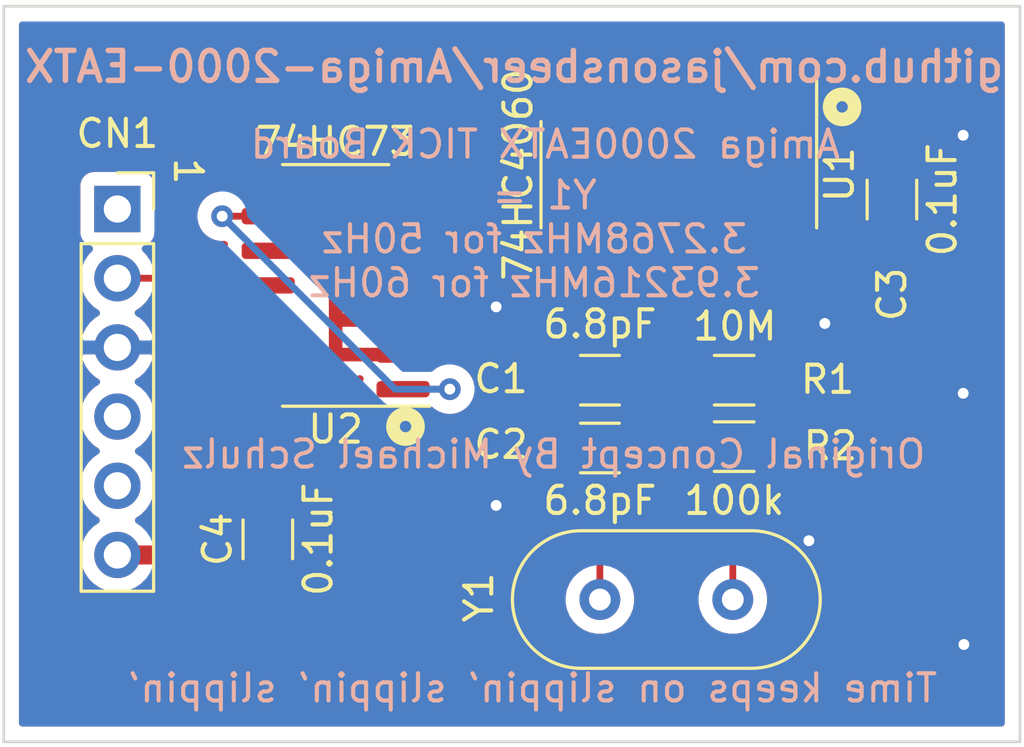
<source format=kicad_pcb>
(kicad_pcb (version 20171130) (host pcbnew 5.1.12-84ad8e8a86~92~ubuntu20.04.1)

  (general
    (thickness 1.6)
    (drawings 12)
    (tracks 75)
    (zones 0)
    (modules 10)
    (nets 24)
  )

  (page A4)
  (layers
    (0 F.Cu signal)
    (31 B.Cu signal)
    (32 B.Adhes user)
    (33 F.Adhes user)
    (34 B.Paste user)
    (35 F.Paste user)
    (36 B.SilkS user)
    (37 F.SilkS user)
    (38 B.Mask user)
    (39 F.Mask user)
    (40 Dwgs.User user)
    (41 Cmts.User user)
    (42 Eco1.User user)
    (43 Eco2.User user)
    (44 Edge.Cuts user)
    (45 Margin user)
    (46 B.CrtYd user)
    (47 F.CrtYd user)
    (48 B.Fab user)
    (49 F.Fab user)
  )

  (setup
    (last_trace_width 0.25)
    (trace_clearance 0.2)
    (zone_clearance 0.508)
    (zone_45_only no)
    (trace_min 0.2)
    (via_size 0.8)
    (via_drill 0.4)
    (via_min_size 0.4)
    (via_min_drill 0.3)
    (uvia_size 0.3)
    (uvia_drill 0.1)
    (uvias_allowed no)
    (uvia_min_size 0.2)
    (uvia_min_drill 0.1)
    (edge_width 0.05)
    (segment_width 0.2)
    (pcb_text_width 0.3)
    (pcb_text_size 1.5 1.5)
    (mod_edge_width 0.12)
    (mod_text_size 1 1)
    (mod_text_width 0.15)
    (pad_size 1.524 1.524)
    (pad_drill 0.762)
    (pad_to_mask_clearance 0)
    (aux_axis_origin 0 0)
    (visible_elements FFFFFF7F)
    (pcbplotparams
      (layerselection 0x010fc_ffffffff)
      (usegerberextensions false)
      (usegerberattributes true)
      (usegerberadvancedattributes true)
      (creategerberjobfile true)
      (excludeedgelayer true)
      (linewidth 0.100000)
      (plotframeref false)
      (viasonmask false)
      (mode 1)
      (useauxorigin false)
      (hpglpennumber 1)
      (hpglpenspeed 20)
      (hpglpendiameter 15.000000)
      (psnegative false)
      (psa4output false)
      (plotreference true)
      (plotvalue true)
      (plotinvisibletext false)
      (padsonsilk false)
      (subtractmaskfromsilk false)
      (outputformat 1)
      (mirror false)
      (drillshape 1)
      (scaleselection 1)
      (outputdirectory ""))
  )

  (net 0 "")
  (net 1 GND)
  (net 2 "Net-(C1-Pad1)")
  (net 3 "Net-(C2-Pad1)")
  (net 4 +5V)
  (net 5 "Net-(CN1-Pad5)")
  (net 6 "Net-(CN1-Pad4)")
  (net 7 /TBASE)
  (net 8 "Net-(CN1-Pad1)")
  (net 9 "Net-(R1-Pad2)")
  (net 10 "Net-(U1-Pad15)")
  (net 11 "Net-(U1-Pad14)")
  (net 12 "Net-(U1-Pad13)")
  (net 13 "Net-(U1-Pad9)")
  (net 14 "Net-(U1-Pad7)")
  (net 15 "Net-(U1-Pad6)")
  (net 16 "Net-(U1-Pad5)")
  (net 17 "Net-(U1-Pad4)")
  (net 18 "Net-(U1-Pad3)")
  (net 19 "Net-(U1-Pad2)")
  (net 20 "Net-(U1-Pad1)")
  (net 21 "Net-(U2-Pad13)")
  (net 22 "Net-(U2-Pad1)")
  (net 23 "Net-(U2-Pad8)")

  (net_class Default "This is the default net class."
    (clearance 0.2)
    (trace_width 0.25)
    (via_dia 0.8)
    (via_drill 0.4)
    (uvia_dia 0.3)
    (uvia_drill 0.1)
    (add_net /TBASE)
    (add_net GND)
    (add_net "Net-(C1-Pad1)")
    (add_net "Net-(C2-Pad1)")
    (add_net "Net-(CN1-Pad1)")
    (add_net "Net-(CN1-Pad4)")
    (add_net "Net-(CN1-Pad5)")
    (add_net "Net-(R1-Pad2)")
    (add_net "Net-(U1-Pad1)")
    (add_net "Net-(U1-Pad13)")
    (add_net "Net-(U1-Pad14)")
    (add_net "Net-(U1-Pad15)")
    (add_net "Net-(U1-Pad2)")
    (add_net "Net-(U1-Pad3)")
    (add_net "Net-(U1-Pad4)")
    (add_net "Net-(U1-Pad5)")
    (add_net "Net-(U1-Pad6)")
    (add_net "Net-(U1-Pad7)")
    (add_net "Net-(U1-Pad9)")
    (add_net "Net-(U2-Pad1)")
    (add_net "Net-(U2-Pad13)")
    (add_net "Net-(U2-Pad8)")
  )

  (net_class PWR ""
    (clearance 0.3)
    (trace_width 0.7)
    (via_dia 0.8)
    (via_drill 0.4)
    (uvia_dia 0.3)
    (uvia_drill 0.1)
    (add_net +5V)
  )

  (module Crystal:Crystal_HC49-U_Vertical (layer F.Cu) (tedit 5A1AD3B8) (tstamp 61B41959)
    (at 143.764 101.7778 180)
    (descr "Crystal THT HC-49/U http://5hertz.com/pdfs/04404_D.pdf")
    (tags "THT crystalHC-49/U")
    (path /61B1EE6A)
    (fp_text reference Y1 (at 9.3218 0.0762 90) (layer F.SilkS)
      (effects (font (size 1 1) (thickness 0.15)))
    )
    (fp_text value 3.93216MHz (at 2.44 3.525) (layer F.Fab)
      (effects (font (size 1 1) (thickness 0.15)))
    )
    (fp_line (start -0.685 -2.325) (end 5.565 -2.325) (layer F.Fab) (width 0.1))
    (fp_line (start -0.685 2.325) (end 5.565 2.325) (layer F.Fab) (width 0.1))
    (fp_line (start -0.56 -2) (end 5.44 -2) (layer F.Fab) (width 0.1))
    (fp_line (start -0.56 2) (end 5.44 2) (layer F.Fab) (width 0.1))
    (fp_line (start -0.685 -2.525) (end 5.565 -2.525) (layer F.SilkS) (width 0.12))
    (fp_line (start -0.685 2.525) (end 5.565 2.525) (layer F.SilkS) (width 0.12))
    (fp_line (start -3.5 -2.8) (end -3.5 2.8) (layer F.CrtYd) (width 0.05))
    (fp_line (start -3.5 2.8) (end 8.4 2.8) (layer F.CrtYd) (width 0.05))
    (fp_line (start 8.4 2.8) (end 8.4 -2.8) (layer F.CrtYd) (width 0.05))
    (fp_line (start 8.4 -2.8) (end -3.5 -2.8) (layer F.CrtYd) (width 0.05))
    (fp_arc (start 5.565 0) (end 5.565 -2.525) (angle 180) (layer F.SilkS) (width 0.12))
    (fp_arc (start -0.685 0) (end -0.685 -2.525) (angle -180) (layer F.SilkS) (width 0.12))
    (fp_arc (start 5.44 0) (end 5.44 -2) (angle 180) (layer F.Fab) (width 0.1))
    (fp_arc (start -0.56 0) (end -0.56 -2) (angle -180) (layer F.Fab) (width 0.1))
    (fp_arc (start 5.565 0) (end 5.565 -2.325) (angle 180) (layer F.Fab) (width 0.1))
    (fp_arc (start -0.685 0) (end -0.685 -2.325) (angle -180) (layer F.Fab) (width 0.1))
    (fp_text user %R (at 2.44 0) (layer F.Fab)
      (effects (font (size 1 1) (thickness 0.15)))
    )
    (pad 2 thru_hole circle (at 4.88 0 180) (size 1.5 1.5) (drill 0.8) (layers *.Cu *.Mask)
      (net 3 "Net-(C2-Pad1)"))
    (pad 1 thru_hole circle (at 0 0 180) (size 1.5 1.5) (drill 0.8) (layers *.Cu *.Mask)
      (net 2 "Net-(C1-Pad1)"))
    (model ${KISYS3DMOD}/Crystal.3dshapes/Crystal_HC49-U_Vertical.wrl
      (at (xyz 0 0 0))
      (scale (xyz 1 1 1))
      (rotate (xyz 0 0 0))
    )
  )

  (module Package_SO:SOIC-14_3.9x8.7mm_P1.27mm (layer F.Cu) (tedit 5D9F72B1) (tstamp 61B41942)
    (at 129.1844 90.2462 180)
    (descr "SOIC, 14 Pin (JEDEC MS-012AB, https://www.analog.com/media/en/package-pcb-resources/package/pkg_pdf/soic_narrow-r/r_14.pdf), generated with kicad-footprint-generator ipc_gullwing_generator.py")
    (tags "SOIC SO")
    (path /61B404AF)
    (attr smd)
    (fp_text reference U2 (at 0 -5.28) (layer F.SilkS)
      (effects (font (size 1 1) (thickness 0.15)))
    )
    (fp_text value 74HC73 (at 0 5.28) (layer F.SilkS)
      (effects (font (size 1 1) (thickness 0.15)))
    )
    (fp_line (start 0 4.435) (end 1.95 4.435) (layer F.SilkS) (width 0.12))
    (fp_line (start 0 4.435) (end -1.95 4.435) (layer F.SilkS) (width 0.12))
    (fp_line (start 0 -4.435) (end 1.95 -4.435) (layer F.SilkS) (width 0.12))
    (fp_line (start 0 -4.435) (end -3.45 -4.435) (layer F.SilkS) (width 0.12))
    (fp_line (start -0.975 -4.325) (end 1.95 -4.325) (layer F.Fab) (width 0.1))
    (fp_line (start 1.95 -4.325) (end 1.95 4.325) (layer F.Fab) (width 0.1))
    (fp_line (start 1.95 4.325) (end -1.95 4.325) (layer F.Fab) (width 0.1))
    (fp_line (start -1.95 4.325) (end -1.95 -3.35) (layer F.Fab) (width 0.1))
    (fp_line (start -1.95 -3.35) (end -0.975 -4.325) (layer F.Fab) (width 0.1))
    (fp_line (start -3.7 -4.58) (end -3.7 4.58) (layer F.CrtYd) (width 0.05))
    (fp_line (start -3.7 4.58) (end 3.7 4.58) (layer F.CrtYd) (width 0.05))
    (fp_line (start 3.7 4.58) (end 3.7 -4.58) (layer F.CrtYd) (width 0.05))
    (fp_line (start 3.7 -4.58) (end -3.7 -4.58) (layer F.CrtYd) (width 0.05))
    (fp_text user %R (at 0 0) (layer F.Fab)
      (effects (font (size 0.98 0.98) (thickness 0.15)))
    )
    (pad 14 smd roundrect (at 2.475 -3.81 180) (size 1.95 0.6) (layers F.Cu F.Paste F.Mask) (roundrect_rratio 0.25)
      (net 4 +5V))
    (pad 13 smd roundrect (at 2.475 -2.54 180) (size 1.95 0.6) (layers F.Cu F.Paste F.Mask) (roundrect_rratio 0.25)
      (net 21 "Net-(U2-Pad13)"))
    (pad 12 smd roundrect (at 2.475 -1.27 180) (size 1.95 0.6) (layers F.Cu F.Paste F.Mask) (roundrect_rratio 0.25)
      (net 7 /TBASE))
    (pad 11 smd roundrect (at 2.475 0 180) (size 1.95 0.6) (layers F.Cu F.Paste F.Mask) (roundrect_rratio 0.25)
      (net 1 GND))
    (pad 10 smd roundrect (at 2.475 1.27 180) (size 1.95 0.6) (layers F.Cu F.Paste F.Mask) (roundrect_rratio 0.25)
      (net 4 +5V))
    (pad 9 smd roundrect (at 2.475 2.54 180) (size 1.95 0.6) (layers F.Cu F.Paste F.Mask) (roundrect_rratio 0.25)
      (net 22 "Net-(U2-Pad1)"))
    (pad 8 smd roundrect (at 2.475 3.81 180) (size 1.95 0.6) (layers F.Cu F.Paste F.Mask) (roundrect_rratio 0.25)
      (net 23 "Net-(U2-Pad8)"))
    (pad 7 smd roundrect (at -2.475 3.81 180) (size 1.95 0.6) (layers F.Cu F.Paste F.Mask) (roundrect_rratio 0.25)
      (net 4 +5V))
    (pad 6 smd roundrect (at -2.475 2.54 180) (size 1.95 0.6) (layers F.Cu F.Paste F.Mask) (roundrect_rratio 0.25)
      (net 4 +5V))
    (pad 5 smd roundrect (at -2.475 1.27 180) (size 1.95 0.6) (layers F.Cu F.Paste F.Mask) (roundrect_rratio 0.25)
      (net 18 "Net-(U1-Pad3)"))
    (pad 4 smd roundrect (at -2.475 0 180) (size 1.95 0.6) (layers F.Cu F.Paste F.Mask) (roundrect_rratio 0.25)
      (net 4 +5V))
    (pad 3 smd roundrect (at -2.475 -1.27 180) (size 1.95 0.6) (layers F.Cu F.Paste F.Mask) (roundrect_rratio 0.25)
      (net 4 +5V))
    (pad 2 smd roundrect (at -2.475 -2.54 180) (size 1.95 0.6) (layers F.Cu F.Paste F.Mask) (roundrect_rratio 0.25)
      (net 4 +5V))
    (pad 1 smd roundrect (at -2.475 -3.81 180) (size 1.95 0.6) (layers F.Cu F.Paste F.Mask) (roundrect_rratio 0.25)
      (net 22 "Net-(U2-Pad1)"))
    (model ${KISYS3DMOD}/Package_SO.3dshapes/SOIC-14_3.9x8.7mm_P1.27mm.wrl
      (at (xyz 0 0 0))
      (scale (xyz 1 1 1))
      (rotate (xyz 0 0 0))
    )
  )

  (module Package_SO:SOIC-16_3.9x9.9mm_P1.27mm (layer F.Cu) (tedit 5D9F72B1) (tstamp 61B41922)
    (at 141.7828 86.1822 270)
    (descr "SOIC, 16 Pin (JEDEC MS-012AC, https://www.analog.com/media/en/package-pcb-resources/package/pkg_pdf/soic_narrow-r/r_16.pdf), generated with kicad-footprint-generator ipc_gullwing_generator.py")
    (tags "SOIC SO")
    (path /61B16082)
    (attr smd)
    (fp_text reference U1 (at 0 -5.9 90) (layer F.SilkS)
      (effects (font (size 1 1) (thickness 0.15)))
    )
    (fp_text value 74HC4060 (at 0 5.9 90) (layer F.SilkS)
      (effects (font (size 1 1) (thickness 0.15)))
    )
    (fp_line (start 0 5.06) (end 1.95 5.06) (layer F.SilkS) (width 0.12))
    (fp_line (start 0 5.06) (end -1.95 5.06) (layer F.SilkS) (width 0.12))
    (fp_line (start 0 -5.06) (end 1.95 -5.06) (layer F.SilkS) (width 0.12))
    (fp_line (start 0 -5.06) (end -3.45 -5.06) (layer F.SilkS) (width 0.12))
    (fp_line (start -0.975 -4.95) (end 1.95 -4.95) (layer F.Fab) (width 0.1))
    (fp_line (start 1.95 -4.95) (end 1.95 4.95) (layer F.Fab) (width 0.1))
    (fp_line (start 1.95 4.95) (end -1.95 4.95) (layer F.Fab) (width 0.1))
    (fp_line (start -1.95 4.95) (end -1.95 -3.975) (layer F.Fab) (width 0.1))
    (fp_line (start -1.95 -3.975) (end -0.975 -4.95) (layer F.Fab) (width 0.1))
    (fp_line (start -3.7 -5.2) (end -3.7 5.2) (layer F.CrtYd) (width 0.05))
    (fp_line (start -3.7 5.2) (end 3.7 5.2) (layer F.CrtYd) (width 0.05))
    (fp_line (start 3.7 5.2) (end 3.7 -5.2) (layer F.CrtYd) (width 0.05))
    (fp_line (start 3.7 -5.2) (end -3.7 -5.2) (layer F.CrtYd) (width 0.05))
    (fp_text user %R (at 0 0 90) (layer F.Fab)
      (effects (font (size 0.98 0.98) (thickness 0.15)))
    )
    (pad 16 smd roundrect (at 2.475 -4.445 270) (size 1.95 0.6) (layers F.Cu F.Paste F.Mask) (roundrect_rratio 0.25)
      (net 4 +5V))
    (pad 15 smd roundrect (at 2.475 -3.175 270) (size 1.95 0.6) (layers F.Cu F.Paste F.Mask) (roundrect_rratio 0.25)
      (net 10 "Net-(U1-Pad15)"))
    (pad 14 smd roundrect (at 2.475 -1.905 270) (size 1.95 0.6) (layers F.Cu F.Paste F.Mask) (roundrect_rratio 0.25)
      (net 11 "Net-(U1-Pad14)"))
    (pad 13 smd roundrect (at 2.475 -0.635 270) (size 1.95 0.6) (layers F.Cu F.Paste F.Mask) (roundrect_rratio 0.25)
      (net 12 "Net-(U1-Pad13)"))
    (pad 12 smd roundrect (at 2.475 0.635 270) (size 1.95 0.6) (layers F.Cu F.Paste F.Mask) (roundrect_rratio 0.25)
      (net 1 GND))
    (pad 11 smd roundrect (at 2.475 1.905 270) (size 1.95 0.6) (layers F.Cu F.Paste F.Mask) (roundrect_rratio 0.25)
      (net 9 "Net-(R1-Pad2)"))
    (pad 10 smd roundrect (at 2.475 3.175 270) (size 1.95 0.6) (layers F.Cu F.Paste F.Mask) (roundrect_rratio 0.25)
      (net 2 "Net-(C1-Pad1)"))
    (pad 9 smd roundrect (at 2.475 4.445 270) (size 1.95 0.6) (layers F.Cu F.Paste F.Mask) (roundrect_rratio 0.25)
      (net 13 "Net-(U1-Pad9)"))
    (pad 8 smd roundrect (at -2.475 4.445 270) (size 1.95 0.6) (layers F.Cu F.Paste F.Mask) (roundrect_rratio 0.25)
      (net 1 GND))
    (pad 7 smd roundrect (at -2.475 3.175 270) (size 1.95 0.6) (layers F.Cu F.Paste F.Mask) (roundrect_rratio 0.25)
      (net 14 "Net-(U1-Pad7)"))
    (pad 6 smd roundrect (at -2.475 1.905 270) (size 1.95 0.6) (layers F.Cu F.Paste F.Mask) (roundrect_rratio 0.25)
      (net 15 "Net-(U1-Pad6)"))
    (pad 5 smd roundrect (at -2.475 0.635 270) (size 1.95 0.6) (layers F.Cu F.Paste F.Mask) (roundrect_rratio 0.25)
      (net 16 "Net-(U1-Pad5)"))
    (pad 4 smd roundrect (at -2.475 -0.635 270) (size 1.95 0.6) (layers F.Cu F.Paste F.Mask) (roundrect_rratio 0.25)
      (net 17 "Net-(U1-Pad4)"))
    (pad 3 smd roundrect (at -2.475 -1.905 270) (size 1.95 0.6) (layers F.Cu F.Paste F.Mask) (roundrect_rratio 0.25)
      (net 18 "Net-(U1-Pad3)"))
    (pad 2 smd roundrect (at -2.475 -3.175 270) (size 1.95 0.6) (layers F.Cu F.Paste F.Mask) (roundrect_rratio 0.25)
      (net 19 "Net-(U1-Pad2)"))
    (pad 1 smd roundrect (at -2.475 -4.445 270) (size 1.95 0.6) (layers F.Cu F.Paste F.Mask) (roundrect_rratio 0.25)
      (net 20 "Net-(U1-Pad1)"))
    (model ${KISYS3DMOD}/Package_SO.3dshapes/SOIC-16_3.9x9.9mm_P1.27mm.wrl
      (at (xyz 0 0 0))
      (scale (xyz 1 1 1))
      (rotate (xyz 0 0 0))
    )
  )

  (module Resistor_SMD:R_1206_3216Metric (layer F.Cu) (tedit 5F68FEEE) (tstamp 61B41900)
    (at 143.8148 96.1644 180)
    (descr "Resistor SMD 1206 (3216 Metric), square (rectangular) end terminal, IPC_7351 nominal, (Body size source: IPC-SM-782 page 72, https://www.pcb-3d.com/wordpress/wp-content/uploads/ipc-sm-782a_amendment_1_and_2.pdf), generated with kicad-footprint-generator")
    (tags resistor)
    (path /61B73AC2)
    (attr smd)
    (fp_text reference R2 (at -3.5306 0.0254) (layer F.SilkS)
      (effects (font (size 1 1) (thickness 0.15)))
    )
    (fp_text value 100k (at 0 -1.9812) (layer F.SilkS)
      (effects (font (size 1 1) (thickness 0.15)))
    )
    (fp_line (start -1.6 0.8) (end -1.6 -0.8) (layer F.Fab) (width 0.1))
    (fp_line (start -1.6 -0.8) (end 1.6 -0.8) (layer F.Fab) (width 0.1))
    (fp_line (start 1.6 -0.8) (end 1.6 0.8) (layer F.Fab) (width 0.1))
    (fp_line (start 1.6 0.8) (end -1.6 0.8) (layer F.Fab) (width 0.1))
    (fp_line (start -0.727064 -0.91) (end 0.727064 -0.91) (layer F.SilkS) (width 0.12))
    (fp_line (start -0.727064 0.91) (end 0.727064 0.91) (layer F.SilkS) (width 0.12))
    (fp_line (start -2.28 1.12) (end -2.28 -1.12) (layer F.CrtYd) (width 0.05))
    (fp_line (start -2.28 -1.12) (end 2.28 -1.12) (layer F.CrtYd) (width 0.05))
    (fp_line (start 2.28 -1.12) (end 2.28 1.12) (layer F.CrtYd) (width 0.05))
    (fp_line (start 2.28 1.12) (end -2.28 1.12) (layer F.CrtYd) (width 0.05))
    (fp_text user %R (at 0 0) (layer F.Fab)
      (effects (font (size 0.8 0.8) (thickness 0.12)))
    )
    (pad 2 smd roundrect (at 1.4625 0 180) (size 1.125 1.75) (layers F.Cu F.Paste F.Mask) (roundrect_rratio 0.222222)
      (net 3 "Net-(C2-Pad1)"))
    (pad 1 smd roundrect (at -1.4625 0 180) (size 1.125 1.75) (layers F.Cu F.Paste F.Mask) (roundrect_rratio 0.222222)
      (net 9 "Net-(R1-Pad2)"))
    (model ${KISYS3DMOD}/Resistor_SMD.3dshapes/R_1206_3216Metric.wrl
      (at (xyz 0 0 0))
      (scale (xyz 1 1 1))
      (rotate (xyz 0 0 0))
    )
  )

  (module Resistor_SMD:R_1206_3216Metric (layer F.Cu) (tedit 5F68FEEE) (tstamp 61B418EF)
    (at 143.8148 93.726)
    (descr "Resistor SMD 1206 (3216 Metric), square (rectangular) end terminal, IPC_7351 nominal, (Body size source: IPC-SM-782 page 72, https://www.pcb-3d.com/wordpress/wp-content/uploads/ipc-sm-782a_amendment_1_and_2.pdf), generated with kicad-footprint-generator")
    (tags resistor)
    (path /61B21F0A)
    (attr smd)
    (fp_text reference R1 (at 3.429 -0.0254) (layer F.SilkS)
      (effects (font (size 1 1) (thickness 0.15)))
    )
    (fp_text value 10M (at 0.0254 -1.9812) (layer F.SilkS)
      (effects (font (size 1 1) (thickness 0.15)))
    )
    (fp_line (start -1.6 0.8) (end -1.6 -0.8) (layer F.Fab) (width 0.1))
    (fp_line (start -1.6 -0.8) (end 1.6 -0.8) (layer F.Fab) (width 0.1))
    (fp_line (start 1.6 -0.8) (end 1.6 0.8) (layer F.Fab) (width 0.1))
    (fp_line (start 1.6 0.8) (end -1.6 0.8) (layer F.Fab) (width 0.1))
    (fp_line (start -0.727064 -0.91) (end 0.727064 -0.91) (layer F.SilkS) (width 0.12))
    (fp_line (start -0.727064 0.91) (end 0.727064 0.91) (layer F.SilkS) (width 0.12))
    (fp_line (start -2.28 1.12) (end -2.28 -1.12) (layer F.CrtYd) (width 0.05))
    (fp_line (start -2.28 -1.12) (end 2.28 -1.12) (layer F.CrtYd) (width 0.05))
    (fp_line (start 2.28 -1.12) (end 2.28 1.12) (layer F.CrtYd) (width 0.05))
    (fp_line (start 2.28 1.12) (end -2.28 1.12) (layer F.CrtYd) (width 0.05))
    (fp_text user %R (at 0 0) (layer F.Fab)
      (effects (font (size 0.8 0.8) (thickness 0.12)))
    )
    (pad 2 smd roundrect (at 1.4625 0) (size 1.125 1.75) (layers F.Cu F.Paste F.Mask) (roundrect_rratio 0.222222)
      (net 9 "Net-(R1-Pad2)"))
    (pad 1 smd roundrect (at -1.4625 0) (size 1.125 1.75) (layers F.Cu F.Paste F.Mask) (roundrect_rratio 0.222222)
      (net 2 "Net-(C1-Pad1)"))
    (model ${KISYS3DMOD}/Resistor_SMD.3dshapes/R_1206_3216Metric.wrl
      (at (xyz 0 0 0))
      (scale (xyz 1 1 1))
      (rotate (xyz 0 0 0))
    )
  )

  (module Connector_PinSocket_2.54mm:PinSocket_1x06_P2.54mm_Vertical (layer F.Cu) (tedit 5A19A430) (tstamp 61B418DE)
    (at 121.1716 87.4426)
    (descr "Through hole straight socket strip, 1x06, 2.54mm pitch, single row (from Kicad 4.0.7), script generated")
    (tags "Through hole socket strip THT 1x06 2.54mm single row")
    (path /61B4AFE1)
    (fp_text reference CN1 (at 0 -2.77) (layer F.SilkS)
      (effects (font (size 1 1) (thickness 0.15)))
    )
    (fp_text value To_Amiga (at 0 15.47) (layer F.Fab)
      (effects (font (size 1 1) (thickness 0.15)))
    )
    (fp_line (start -1.27 -1.27) (end 0.635 -1.27) (layer F.Fab) (width 0.1))
    (fp_line (start 0.635 -1.27) (end 1.27 -0.635) (layer F.Fab) (width 0.1))
    (fp_line (start 1.27 -0.635) (end 1.27 13.97) (layer F.Fab) (width 0.1))
    (fp_line (start 1.27 13.97) (end -1.27 13.97) (layer F.Fab) (width 0.1))
    (fp_line (start -1.27 13.97) (end -1.27 -1.27) (layer F.Fab) (width 0.1))
    (fp_line (start -1.33 1.27) (end 1.33 1.27) (layer F.SilkS) (width 0.12))
    (fp_line (start -1.33 1.27) (end -1.33 14.03) (layer F.SilkS) (width 0.12))
    (fp_line (start -1.33 14.03) (end 1.33 14.03) (layer F.SilkS) (width 0.12))
    (fp_line (start 1.33 1.27) (end 1.33 14.03) (layer F.SilkS) (width 0.12))
    (fp_line (start 1.33 -1.33) (end 1.33 0) (layer F.SilkS) (width 0.12))
    (fp_line (start 0 -1.33) (end 1.33 -1.33) (layer F.SilkS) (width 0.12))
    (fp_line (start -1.8 -1.8) (end 1.75 -1.8) (layer F.CrtYd) (width 0.05))
    (fp_line (start 1.75 -1.8) (end 1.75 14.45) (layer F.CrtYd) (width 0.05))
    (fp_line (start 1.75 14.45) (end -1.8 14.45) (layer F.CrtYd) (width 0.05))
    (fp_line (start -1.8 14.45) (end -1.8 -1.8) (layer F.CrtYd) (width 0.05))
    (fp_text user %R (at 0 6.35 90) (layer F.Fab)
      (effects (font (size 1 1) (thickness 0.15)))
    )
    (pad 6 thru_hole oval (at 0 12.7) (size 1.7 1.7) (drill 1) (layers *.Cu *.Mask)
      (net 4 +5V))
    (pad 5 thru_hole oval (at 0 10.16) (size 1.7 1.7) (drill 1) (layers *.Cu *.Mask)
      (net 5 "Net-(CN1-Pad5)"))
    (pad 4 thru_hole oval (at 0 7.62) (size 1.7 1.7) (drill 1) (layers *.Cu *.Mask)
      (net 6 "Net-(CN1-Pad4)"))
    (pad 3 thru_hole oval (at 0 5.08) (size 1.7 1.7) (drill 1) (layers *.Cu *.Mask)
      (net 1 GND))
    (pad 2 thru_hole oval (at 0 2.54) (size 1.7 1.7) (drill 1) (layers *.Cu *.Mask)
      (net 7 /TBASE))
    (pad 1 thru_hole rect (at 0 0) (size 1.7 1.7) (drill 1) (layers *.Cu *.Mask)
      (net 8 "Net-(CN1-Pad1)"))
    (model ${KISYS3DMOD}/Connector_PinSocket_2.54mm.3dshapes/PinSocket_1x06_P2.54mm_Horizontal.wrl
      (at (xyz 0 0 0))
      (scale (xyz 1 1 1))
      (rotate (xyz 0 0 0))
    )
  )

  (module Capacitor_SMD:C_1206_3216Metric (layer F.Cu) (tedit 5F68FEEE) (tstamp 61B418C4)
    (at 126.6952 99.568 90)
    (descr "Capacitor SMD 1206 (3216 Metric), square (rectangular) end terminal, IPC_7351 nominal, (Body size source: IPC-SM-782 page 76, https://www.pcb-3d.com/wordpress/wp-content/uploads/ipc-sm-782a_amendment_1_and_2.pdf), generated with kicad-footprint-generator")
    (tags capacitor)
    (path /61B68C2F)
    (attr smd)
    (fp_text reference C4 (at 0 -1.85 90) (layer F.SilkS)
      (effects (font (size 1 1) (thickness 0.15)))
    )
    (fp_text value 0.1uF (at 0 1.85 90) (layer F.SilkS)
      (effects (font (size 1 1) (thickness 0.15)))
    )
    (fp_line (start -1.6 0.8) (end -1.6 -0.8) (layer F.Fab) (width 0.1))
    (fp_line (start -1.6 -0.8) (end 1.6 -0.8) (layer F.Fab) (width 0.1))
    (fp_line (start 1.6 -0.8) (end 1.6 0.8) (layer F.Fab) (width 0.1))
    (fp_line (start 1.6 0.8) (end -1.6 0.8) (layer F.Fab) (width 0.1))
    (fp_line (start -0.711252 -0.91) (end 0.711252 -0.91) (layer F.SilkS) (width 0.12))
    (fp_line (start -0.711252 0.91) (end 0.711252 0.91) (layer F.SilkS) (width 0.12))
    (fp_line (start -2.3 1.15) (end -2.3 -1.15) (layer F.CrtYd) (width 0.05))
    (fp_line (start -2.3 -1.15) (end 2.3 -1.15) (layer F.CrtYd) (width 0.05))
    (fp_line (start 2.3 -1.15) (end 2.3 1.15) (layer F.CrtYd) (width 0.05))
    (fp_line (start 2.3 1.15) (end -2.3 1.15) (layer F.CrtYd) (width 0.05))
    (fp_text user %R (at 0 0 90) (layer F.Fab)
      (effects (font (size 0.8 0.8) (thickness 0.12)))
    )
    (pad 2 smd roundrect (at 1.475 0 90) (size 1.15 1.8) (layers F.Cu F.Paste F.Mask) (roundrect_rratio 0.217391)
      (net 4 +5V))
    (pad 1 smd roundrect (at -1.475 0 90) (size 1.15 1.8) (layers F.Cu F.Paste F.Mask) (roundrect_rratio 0.217391)
      (net 1 GND))
    (model ${KISYS3DMOD}/Capacitor_SMD.3dshapes/C_1206_3216Metric.wrl
      (at (xyz 0 0 0))
      (scale (xyz 1 1 1))
      (rotate (xyz 0 0 0))
    )
  )

  (module Capacitor_SMD:C_1206_3216Metric (layer F.Cu) (tedit 5F68FEEE) (tstamp 61B418B3)
    (at 149.606 87.0966 90)
    (descr "Capacitor SMD 1206 (3216 Metric), square (rectangular) end terminal, IPC_7351 nominal, (Body size source: IPC-SM-782 page 76, https://www.pcb-3d.com/wordpress/wp-content/uploads/ipc-sm-782a_amendment_1_and_2.pdf), generated with kicad-footprint-generator")
    (tags capacitor)
    (path /61B32B51)
    (attr smd)
    (fp_text reference C3 (at -3.4798 0 90) (layer F.SilkS)
      (effects (font (size 1 1) (thickness 0.15)))
    )
    (fp_text value 0.1uF (at 0 1.85 90) (layer F.SilkS)
      (effects (font (size 1 1) (thickness 0.15)))
    )
    (fp_line (start -1.6 0.8) (end -1.6 -0.8) (layer F.Fab) (width 0.1))
    (fp_line (start -1.6 -0.8) (end 1.6 -0.8) (layer F.Fab) (width 0.1))
    (fp_line (start 1.6 -0.8) (end 1.6 0.8) (layer F.Fab) (width 0.1))
    (fp_line (start 1.6 0.8) (end -1.6 0.8) (layer F.Fab) (width 0.1))
    (fp_line (start -0.711252 -0.91) (end 0.711252 -0.91) (layer F.SilkS) (width 0.12))
    (fp_line (start -0.711252 0.91) (end 0.711252 0.91) (layer F.SilkS) (width 0.12))
    (fp_line (start -2.3 1.15) (end -2.3 -1.15) (layer F.CrtYd) (width 0.05))
    (fp_line (start -2.3 -1.15) (end 2.3 -1.15) (layer F.CrtYd) (width 0.05))
    (fp_line (start 2.3 -1.15) (end 2.3 1.15) (layer F.CrtYd) (width 0.05))
    (fp_line (start 2.3 1.15) (end -2.3 1.15) (layer F.CrtYd) (width 0.05))
    (fp_text user %R (at 0 0 90) (layer F.Fab)
      (effects (font (size 0.8 0.8) (thickness 0.12)))
    )
    (pad 2 smd roundrect (at 1.475 0 90) (size 1.15 1.8) (layers F.Cu F.Paste F.Mask) (roundrect_rratio 0.217391)
      (net 1 GND))
    (pad 1 smd roundrect (at -1.475 0 90) (size 1.15 1.8) (layers F.Cu F.Paste F.Mask) (roundrect_rratio 0.217391)
      (net 4 +5V))
    (model ${KISYS3DMOD}/Capacitor_SMD.3dshapes/C_1206_3216Metric.wrl
      (at (xyz 0 0 0))
      (scale (xyz 1 1 1))
      (rotate (xyz 0 0 0))
    )
  )

  (module Capacitor_SMD:C_1206_3216Metric (layer F.Cu) (tedit 5F68FEEE) (tstamp 61B418A2)
    (at 138.8872 96.2152 180)
    (descr "Capacitor SMD 1206 (3216 Metric), square (rectangular) end terminal, IPC_7351 nominal, (Body size source: IPC-SM-782 page 76, https://www.pcb-3d.com/wordpress/wp-content/uploads/ipc-sm-782a_amendment_1_and_2.pdf), generated with kicad-footprint-generator")
    (tags capacitor)
    (path /61B2F6DD)
    (attr smd)
    (fp_text reference C2 (at 3.6322 0.127) (layer F.SilkS)
      (effects (font (size 1 1) (thickness 0.15)))
    )
    (fp_text value 6.8pF (at 0 -1.9304) (layer F.SilkS)
      (effects (font (size 1 1) (thickness 0.15)))
    )
    (fp_line (start -1.6 0.8) (end -1.6 -0.8) (layer F.Fab) (width 0.1))
    (fp_line (start -1.6 -0.8) (end 1.6 -0.8) (layer F.Fab) (width 0.1))
    (fp_line (start 1.6 -0.8) (end 1.6 0.8) (layer F.Fab) (width 0.1))
    (fp_line (start 1.6 0.8) (end -1.6 0.8) (layer F.Fab) (width 0.1))
    (fp_line (start -0.711252 -0.91) (end 0.711252 -0.91) (layer F.SilkS) (width 0.12))
    (fp_line (start -0.711252 0.91) (end 0.711252 0.91) (layer F.SilkS) (width 0.12))
    (fp_line (start -2.3 1.15) (end -2.3 -1.15) (layer F.CrtYd) (width 0.05))
    (fp_line (start -2.3 -1.15) (end 2.3 -1.15) (layer F.CrtYd) (width 0.05))
    (fp_line (start 2.3 -1.15) (end 2.3 1.15) (layer F.CrtYd) (width 0.05))
    (fp_line (start 2.3 1.15) (end -2.3 1.15) (layer F.CrtYd) (width 0.05))
    (fp_text user %R (at 0 0) (layer F.Fab)
      (effects (font (size 0.8 0.8) (thickness 0.12)))
    )
    (pad 2 smd roundrect (at 1.475 0 180) (size 1.15 1.8) (layers F.Cu F.Paste F.Mask) (roundrect_rratio 0.217391)
      (net 1 GND))
    (pad 1 smd roundrect (at -1.475 0 180) (size 1.15 1.8) (layers F.Cu F.Paste F.Mask) (roundrect_rratio 0.217391)
      (net 3 "Net-(C2-Pad1)"))
    (model ${KISYS3DMOD}/Capacitor_SMD.3dshapes/C_1206_3216Metric.wrl
      (at (xyz 0 0 0))
      (scale (xyz 1 1 1))
      (rotate (xyz 0 0 0))
    )
  )

  (module Capacitor_SMD:C_1206_3216Metric (layer F.Cu) (tedit 5F68FEEE) (tstamp 61B41891)
    (at 138.8872 93.726 180)
    (descr "Capacitor SMD 1206 (3216 Metric), square (rectangular) end terminal, IPC_7351 nominal, (Body size source: IPC-SM-782 page 76, https://www.pcb-3d.com/wordpress/wp-content/uploads/ipc-sm-782a_amendment_1_and_2.pdf), generated with kicad-footprint-generator")
    (tags capacitor)
    (path /61B28C68)
    (attr smd)
    (fp_text reference C1 (at 3.6322 0.0508) (layer F.SilkS)
      (effects (font (size 1 1) (thickness 0.15)))
    )
    (fp_text value 6.8pF (at 0 2.0574 180) (layer F.SilkS)
      (effects (font (size 1 1) (thickness 0.15)))
    )
    (fp_line (start -1.6 0.8) (end -1.6 -0.8) (layer F.Fab) (width 0.1))
    (fp_line (start -1.6 -0.8) (end 1.6 -0.8) (layer F.Fab) (width 0.1))
    (fp_line (start 1.6 -0.8) (end 1.6 0.8) (layer F.Fab) (width 0.1))
    (fp_line (start 1.6 0.8) (end -1.6 0.8) (layer F.Fab) (width 0.1))
    (fp_line (start -0.711252 -0.91) (end 0.711252 -0.91) (layer F.SilkS) (width 0.12))
    (fp_line (start -0.711252 0.91) (end 0.711252 0.91) (layer F.SilkS) (width 0.12))
    (fp_line (start -2.3 1.15) (end -2.3 -1.15) (layer F.CrtYd) (width 0.05))
    (fp_line (start -2.3 -1.15) (end 2.3 -1.15) (layer F.CrtYd) (width 0.05))
    (fp_line (start 2.3 -1.15) (end 2.3 1.15) (layer F.CrtYd) (width 0.05))
    (fp_line (start 2.3 1.15) (end -2.3 1.15) (layer F.CrtYd) (width 0.05))
    (fp_text user %R (at 0 0) (layer F.Fab)
      (effects (font (size 0.8 0.8) (thickness 0.12)))
    )
    (pad 2 smd roundrect (at 1.475 0 180) (size 1.15 1.8) (layers F.Cu F.Paste F.Mask) (roundrect_rratio 0.217391)
      (net 1 GND))
    (pad 1 smd roundrect (at -1.475 0 180) (size 1.15 1.8) (layers F.Cu F.Paste F.Mask) (roundrect_rratio 0.217391)
      (net 2 "Net-(C1-Pad1)"))
    (model ${KISYS3DMOD}/Capacitor_SMD.3dshapes/C_1206_3216Metric.wrl
      (at (xyz 0 0 0))
      (scale (xyz 1 1 1))
      (rotate (xyz 0 0 0))
    )
  )

  (gr_text "Y1 = \n3.2768MHz for 50Hz\n3.93216MHz for 60Hz" (at 136.4742 88.5444) (layer B.SilkS)
    (effects (font (size 1 1) (thickness 0.15)) (justify mirror))
  )
  (gr_text "Original Concept By Michael Schulz" (at 137.1854 96.4438) (layer B.SilkS)
    (effects (font (size 1 1) (thickness 0.15)) (justify mirror))
  )
  (gr_text "Time keeps on slippin' slippin' slippin'" (at 136.398 105.029) (layer B.SilkS)
    (effects (font (size 1 1) (thickness 0.15)) (justify mirror))
  )
  (gr_text "Amiga 2000EATX TICK Board" (at 136.8806 85.0646) (layer B.SilkS)
    (effects (font (size 1 1) (thickness 0.15)) (justify mirror))
  )
  (gr_text github.com/jasonsbeer/Amiga-2000-EATX (at 135.7376 82.2198) (layer B.SilkS)
    (effects (font (size 1.1 1.1) (thickness 0.2)) (justify mirror))
  )
  (gr_circle (center 131.7498 95.4278) (end 131.959254 95.4278) (layer F.SilkS) (width 0.5) (tstamp 61B43D0B))
  (gr_circle (center 147.7772 83.693) (end 147.986654 83.693) (layer F.SilkS) (width 0.5))
  (gr_text 1 (at 123.7742 86.0552 270) (layer F.SilkS)
    (effects (font (size 1 1) (thickness 0.15)))
  )
  (gr_line (start 117 80) (end 154.305 80) (layer Edge.Cuts) (width 0.1))
  (gr_line (start 117 107) (end 117 80) (layer Edge.Cuts) (width 0.1))
  (gr_line (start 154.305 107) (end 117 107) (layer Edge.Cuts) (width 0.1))
  (gr_line (start 154.305 80) (end 154.305 107) (layer Edge.Cuts) (width 0.1))

  (via (at 152.2222 84.7344) (size 0.8) (drill 0.4) (layers F.Cu B.Cu) (net 1))
  (via (at 152.2222 94.2086) (size 0.8) (drill 0.4) (layers F.Cu B.Cu) (net 1))
  (via (at 152.2476 103.4288) (size 0.8) (drill 0.4) (layers F.Cu B.Cu) (net 1))
  (via (at 135.0772 91.0336) (size 0.8) (drill 0.4) (layers F.Cu B.Cu) (net 1))
  (via (at 135.0772 98.3234) (size 0.8) (drill 0.4) (layers F.Cu B.Cu) (net 1))
  (via (at 147.1422 91.6432) (size 0.8) (drill 0.4) (layers F.Cu B.Cu) (net 1))
  (via (at 146.558 99.6188) (size 0.8) (drill 0.4) (layers F.Cu B.Cu) (net 1))
  (segment (start 140.3622 93.726) (end 142.3523 93.726) (width 0.25) (layer F.Cu) (net 2))
  (segment (start 142.3523 93.726) (end 142.9766 93.726) (width 0.25) (layer F.Cu) (net 2))
  (segment (start 143.764 94.5134) (end 143.764 101.7778) (width 0.25) (layer F.Cu) (net 2))
  (segment (start 142.9766 93.726) (end 143.764 94.5134) (width 0.25) (layer F.Cu) (net 2))
  (segment (start 138.6078 88.6572) (end 138.6078 90.6526) (width 0.25) (layer F.Cu) (net 2))
  (segment (start 140.3622 92.407) (end 140.3622 93.726) (width 0.25) (layer F.Cu) (net 2))
  (segment (start 138.6078 90.6526) (end 140.3622 92.407) (width 0.25) (layer F.Cu) (net 2))
  (segment (start 140.413 96.1644) (end 140.3622 96.2152) (width 0.25) (layer F.Cu) (net 3))
  (segment (start 142.3523 96.1644) (end 140.413 96.1644) (width 0.25) (layer F.Cu) (net 3))
  (segment (start 138.884 101.7778) (end 138.884 100.003) (width 0.25) (layer F.Cu) (net 3))
  (segment (start 140.3622 98.5248) (end 140.3622 96.2152) (width 0.25) (layer F.Cu) (net 3))
  (segment (start 138.884 100.003) (end 140.3622 98.5248) (width 0.25) (layer F.Cu) (net 3))
  (segment (start 121.1716 100.1426) (end 122.8186 100.1426) (width 0.7) (layer F.Cu) (net 4))
  (segment (start 124.8682 98.093) (end 126.6952 98.093) (width 0.7) (layer F.Cu) (net 4))
  (segment (start 122.8186 100.1426) (end 124.8682 98.093) (width 0.7) (layer F.Cu) (net 4))
  (segment (start 126.7094 98.0788) (end 126.6952 98.093) (width 0.5) (layer F.Cu) (net 4))
  (segment (start 126.7094 94.0562) (end 126.7094 98.0788) (width 0.5) (layer F.Cu) (net 4))
  (segment (start 149.1074 88.6572) (end 149.1724 88.7222) (width 0.5) (layer F.Cu) (net 4))
  (segment (start 146.2278 88.6572) (end 149.1074 88.6572) (width 0.5) (layer F.Cu) (net 4))
  (segment (start 131.6594 86.4362) (end 129.4892 86.4362) (width 0.5) (layer F.Cu) (net 4))
  (segment (start 129.4892 86.4362) (end 129.1844 86.741) (width 0.5) (layer F.Cu) (net 4))
  (segment (start 128.6256 94.0562) (end 126.7094 94.0562) (width 0.5) (layer F.Cu) (net 4))
  (segment (start 129.1844 93.4974) (end 128.6256 94.0562) (width 0.5) (layer F.Cu) (net 4))
  (segment (start 129.2098 92.7862) (end 129.1844 92.8116) (width 0.25) (layer F.Cu) (net 4))
  (segment (start 131.6594 92.7862) (end 129.2098 92.7862) (width 0.5) (layer F.Cu) (net 4))
  (segment (start 129.1844 92.8116) (end 129.1844 93.4974) (width 0.5) (layer F.Cu) (net 4))
  (segment (start 131.6594 91.5162) (end 129.2352 91.5162) (width 0.5) (layer F.Cu) (net 4))
  (segment (start 129.1844 91.4654) (end 129.1844 92.8116) (width 0.5) (layer F.Cu) (net 4))
  (segment (start 129.2352 91.5162) (end 129.1844 91.4654) (width 0.25) (layer F.Cu) (net 4))
  (segment (start 129.0828 88.9762) (end 129.1844 89.0778) (width 0.25) (layer F.Cu) (net 4))
  (segment (start 126.7094 88.9762) (end 129.0828 88.9762) (width 0.5) (layer F.Cu) (net 4))
  (segment (start 129.3114 87.7062) (end 129.1844 87.8332) (width 0.25) (layer F.Cu) (net 4))
  (segment (start 131.6594 87.7062) (end 129.3114 87.7062) (width 0.5) (layer F.Cu) (net 4))
  (segment (start 129.1844 87.8332) (end 129.1844 89.0778) (width 0.5) (layer F.Cu) (net 4))
  (segment (start 129.1844 86.741) (end 129.1844 87.8332) (width 0.5) (layer F.Cu) (net 4))
  (segment (start 129.2352 90.2462) (end 129.1844 90.297) (width 0.25) (layer F.Cu) (net 4))
  (segment (start 131.6594 90.2462) (end 129.2352 90.2462) (width 0.5) (layer F.Cu) (net 4))
  (segment (start 129.1844 90.297) (end 129.1844 91.4654) (width 0.5) (layer F.Cu) (net 4))
  (segment (start 129.1844 89.0778) (end 129.1844 90.297) (width 0.5) (layer F.Cu) (net 4))
  (segment (start 135.9154 104.4956) (end 129.5128 98.093) (width 0.7) (layer F.Cu) (net 4))
  (segment (start 146.939 104.4956) (end 135.9154 104.4956) (width 0.7) (layer F.Cu) (net 4))
  (segment (start 149.1724 102.2622) (end 146.939 104.4956) (width 0.7) (layer F.Cu) (net 4))
  (segment (start 126.6952 98.093) (end 129.5128 98.093) (width 0.7) (layer F.Cu) (net 4))
  (segment (start 149.606 90.7506) (end 149.1724 91.1842) (width 0.7) (layer F.Cu) (net 4))
  (segment (start 149.606 88.5716) (end 149.606 90.7506) (width 0.7) (layer F.Cu) (net 4))
  (segment (start 149.1724 91.1842) (end 149.1724 102.2622) (width 0.7) (layer F.Cu) (net 4))
  (segment (start 126.7094 91.5162) (end 124.6886 91.5162) (width 0.25) (layer F.Cu) (net 7))
  (segment (start 123.155 89.9826) (end 121.1716 89.9826) (width 0.25) (layer F.Cu) (net 7))
  (segment (start 124.6886 91.5162) (end 123.155 89.9826) (width 0.25) (layer F.Cu) (net 7))
  (segment (start 145.2773 96.1644) (end 145.2773 93.726) (width 0.25) (layer F.Cu) (net 9))
  (segment (start 139.8778 88.6572) (end 139.8778 90.0684) (width 0.25) (layer F.Cu) (net 9))
  (segment (start 139.8778 90.0684) (end 141.1224 91.313) (width 0.25) (layer F.Cu) (net 9))
  (segment (start 141.1224 91.313) (end 144.8054 91.313) (width 0.25) (layer F.Cu) (net 9))
  (segment (start 145.2773 91.7849) (end 145.2773 93.726) (width 0.25) (layer F.Cu) (net 9))
  (segment (start 144.8054 91.313) (end 145.2773 91.7849) (width 0.25) (layer F.Cu) (net 9))
  (segment (start 131.6594 88.9762) (end 133.35 88.9762) (width 0.25) (layer F.Cu) (net 18))
  (segment (start 133.35 88.9762) (end 136.1186 86.2076) (width 0.25) (layer F.Cu) (net 18))
  (segment (start 136.1186 86.2076) (end 143.0528 86.2076) (width 0.25) (layer F.Cu) (net 18))
  (segment (start 143.6878 85.5726) (end 143.6878 83.7072) (width 0.25) (layer F.Cu) (net 18))
  (segment (start 143.0528 86.2076) (end 143.6878 85.5726) (width 0.25) (layer F.Cu) (net 18))
  (segment (start 131.6594 94.0562) (end 133.3754 94.0562) (width 0.25) (layer F.Cu) (net 22))
  (segment (start 126.7094 87.7062) (end 125.0188 87.7062) (width 0.25) (layer F.Cu) (net 22))
  (segment (start 133.3754 94.0562) (end 133.3754 94.0562) (width 0.25) (layer F.Cu) (net 22) (tstamp 61B431D4))
  (via (at 133.3754 94.0562) (size 0.8) (drill 0.4) (layers F.Cu B.Cu) (net 22))
  (segment (start 125.0188 87.7062) (end 125.0188 87.7062) (width 0.25) (layer F.Cu) (net 22) (tstamp 61B431D6))
  (via (at 125.0188 87.7062) (size 0.8) (drill 0.4) (layers F.Cu B.Cu) (net 22))
  (segment (start 131.3688 94.0562) (end 125.0188 87.7062) (width 0.25) (layer B.Cu) (net 22))
  (segment (start 133.3754 94.0562) (end 131.3688 94.0562) (width 0.25) (layer B.Cu) (net 22))

  (zone (net 1) (net_name GND) (layer F.Cu) (tstamp 0) (hatch edge 0.508)
    (connect_pads (clearance 0.508))
    (min_thickness 0.254)
    (fill yes (arc_segments 32) (thermal_gap 0.508) (thermal_bridge_width 0.508))
    (polygon
      (pts
        (xy 154.4701 107.2134) (xy 116.9035 107.2134) (xy 116.8654 79.8449) (xy 154.3812 79.8195)
      )
    )
    (filled_polygon
      (pts
        (xy 153.620001 106.315) (xy 117.685 106.315) (xy 117.685 86.5926) (xy 119.683528 86.5926) (xy 119.683528 88.2926)
        (xy 119.695788 88.417082) (xy 119.732098 88.53678) (xy 119.791063 88.647094) (xy 119.870415 88.743785) (xy 119.967106 88.823137)
        (xy 120.07742 88.882102) (xy 120.14998 88.904113) (xy 120.018125 89.035968) (xy 119.85561 89.279189) (xy 119.743668 89.549442)
        (xy 119.6866 89.83634) (xy 119.6866 90.12886) (xy 119.743668 90.415758) (xy 119.85561 90.686011) (xy 120.018125 90.929232)
        (xy 120.224968 91.136075) (xy 120.407134 91.257795) (xy 120.290245 91.327422) (xy 120.074012 91.522331) (xy 119.899959 91.75568)
        (xy 119.774775 92.018501) (xy 119.730124 92.16571) (xy 119.851445 92.3956) (xy 121.0446 92.3956) (xy 121.0446 92.3756)
        (xy 121.2986 92.3756) (xy 121.2986 92.3956) (xy 122.491755 92.3956) (xy 122.613076 92.16571) (xy 122.568425 92.018501)
        (xy 122.443241 91.75568) (xy 122.269188 91.522331) (xy 122.052955 91.327422) (xy 121.936066 91.257795) (xy 122.118232 91.136075)
        (xy 122.325075 90.929232) (xy 122.449778 90.7426) (xy 122.840199 90.7426) (xy 124.124801 92.027203) (xy 124.148599 92.056201)
        (xy 124.177597 92.079999) (xy 124.264323 92.151174) (xy 124.379856 92.212928) (xy 124.396353 92.221746) (xy 124.539614 92.265203)
        (xy 124.651267 92.2762) (xy 124.651277 92.2762) (xy 124.6886 92.279876) (xy 124.725923 92.2762) (xy 125.187541 92.2762)
        (xy 125.156316 92.334618) (xy 125.111471 92.482455) (xy 125.096328 92.6362) (xy 125.096328 92.9362) (xy 125.111471 93.089945)
        (xy 125.156316 93.237782) (xy 125.229142 93.374029) (xy 125.267854 93.4212) (xy 125.229142 93.468371) (xy 125.156316 93.604618)
        (xy 125.111471 93.752455) (xy 125.096328 93.9062) (xy 125.096328 94.2062) (xy 125.111471 94.359945) (xy 125.156316 94.507782)
        (xy 125.229142 94.644029) (xy 125.327149 94.763451) (xy 125.446571 94.861458) (xy 125.582818 94.934284) (xy 125.730655 94.979129)
        (xy 125.8244 94.988362) (xy 125.824401 96.911414) (xy 125.705349 96.947528) (xy 125.551813 97.029595) (xy 125.456276 97.108)
        (xy 124.916579 97.108) (xy 124.868199 97.103235) (xy 124.675106 97.122253) (xy 124.489433 97.178576) (xy 124.318316 97.27004)
        (xy 124.16833 97.39313) (xy 124.137484 97.430716) (xy 122.4106 99.1576) (xy 122.286707 99.1576) (xy 122.118232 98.989125)
        (xy 121.94384 98.8726) (xy 122.118232 98.756075) (xy 122.325075 98.549232) (xy 122.48759 98.306011) (xy 122.599532 98.035758)
        (xy 122.6566 97.74886) (xy 122.6566 97.45634) (xy 122.599532 97.169442) (xy 122.48759 96.899189) (xy 122.325075 96.655968)
        (xy 122.118232 96.449125) (xy 121.94384 96.3326) (xy 122.118232 96.216075) (xy 122.325075 96.009232) (xy 122.48759 95.766011)
        (xy 122.599532 95.495758) (xy 122.6566 95.20886) (xy 122.6566 94.91634) (xy 122.599532 94.629442) (xy 122.48759 94.359189)
        (xy 122.325075 94.115968) (xy 122.118232 93.909125) (xy 121.936066 93.787405) (xy 122.052955 93.717778) (xy 122.269188 93.522869)
        (xy 122.443241 93.28952) (xy 122.568425 93.026699) (xy 122.613076 92.87949) (xy 122.491755 92.6496) (xy 121.2986 92.6496)
        (xy 121.2986 92.6696) (xy 121.0446 92.6696) (xy 121.0446 92.6496) (xy 119.851445 92.6496) (xy 119.730124 92.87949)
        (xy 119.774775 93.026699) (xy 119.899959 93.28952) (xy 120.074012 93.522869) (xy 120.290245 93.717778) (xy 120.407134 93.787405)
        (xy 120.224968 93.909125) (xy 120.018125 94.115968) (xy 119.85561 94.359189) (xy 119.743668 94.629442) (xy 119.6866 94.91634)
        (xy 119.6866 95.20886) (xy 119.743668 95.495758) (xy 119.85561 95.766011) (xy 120.018125 96.009232) (xy 120.224968 96.216075)
        (xy 120.39936 96.3326) (xy 120.224968 96.449125) (xy 120.018125 96.655968) (xy 119.85561 96.899189) (xy 119.743668 97.169442)
        (xy 119.6866 97.45634) (xy 119.6866 97.74886) (xy 119.743668 98.035758) (xy 119.85561 98.306011) (xy 120.018125 98.549232)
        (xy 120.224968 98.756075) (xy 120.39936 98.8726) (xy 120.224968 98.989125) (xy 120.018125 99.195968) (xy 119.85561 99.439189)
        (xy 119.743668 99.709442) (xy 119.6866 99.99634) (xy 119.6866 100.28886) (xy 119.743668 100.575758) (xy 119.85561 100.846011)
        (xy 120.018125 101.089232) (xy 120.224968 101.296075) (xy 120.468189 101.45859) (xy 120.738442 101.570532) (xy 121.02534 101.6276)
        (xy 121.31786 101.6276) (xy 121.366122 101.618) (xy 125.157128 101.618) (xy 125.169388 101.742482) (xy 125.205698 101.86218)
        (xy 125.264663 101.972494) (xy 125.344015 102.069185) (xy 125.440706 102.148537) (xy 125.55102 102.207502) (xy 125.670718 102.243812)
        (xy 125.7952 102.256072) (xy 126.40945 102.253) (xy 126.5682 102.09425) (xy 126.5682 101.17) (xy 126.8222 101.17)
        (xy 126.8222 102.09425) (xy 126.98095 102.253) (xy 127.5952 102.256072) (xy 127.719682 102.243812) (xy 127.83938 102.207502)
        (xy 127.949694 102.148537) (xy 128.046385 102.069185) (xy 128.125737 101.972494) (xy 128.184702 101.86218) (xy 128.221012 101.742482)
        (xy 128.233272 101.618) (xy 128.2302 101.32875) (xy 128.07145 101.17) (xy 126.8222 101.17) (xy 126.5682 101.17)
        (xy 125.31895 101.17) (xy 125.1602 101.32875) (xy 125.157128 101.618) (xy 121.366122 101.618) (xy 121.604758 101.570532)
        (xy 121.875011 101.45859) (xy 122.118232 101.296075) (xy 122.286707 101.1276) (xy 122.77022 101.1276) (xy 122.8186 101.132365)
        (xy 122.86698 101.1276) (xy 123.011694 101.113347) (xy 123.197367 101.057024) (xy 123.368484 100.96556) (xy 123.51847 100.84247)
        (xy 123.549316 100.804884) (xy 123.8862 100.468) (xy 125.157128 100.468) (xy 125.1602 100.75725) (xy 125.31895 100.916)
        (xy 126.5682 100.916) (xy 126.5682 99.99175) (xy 126.8222 99.99175) (xy 126.8222 100.916) (xy 128.07145 100.916)
        (xy 128.2302 100.75725) (xy 128.233272 100.468) (xy 128.221012 100.343518) (xy 128.184702 100.22382) (xy 128.125737 100.113506)
        (xy 128.046385 100.016815) (xy 127.949694 99.937463) (xy 127.83938 99.878498) (xy 127.719682 99.842188) (xy 127.5952 99.829928)
        (xy 126.98095 99.833) (xy 126.8222 99.99175) (xy 126.5682 99.99175) (xy 126.40945 99.833) (xy 125.7952 99.829928)
        (xy 125.670718 99.842188) (xy 125.55102 99.878498) (xy 125.440706 99.937463) (xy 125.344015 100.016815) (xy 125.264663 100.113506)
        (xy 125.205698 100.22382) (xy 125.169388 100.343518) (xy 125.157128 100.468) (xy 123.8862 100.468) (xy 125.2762 99.078)
        (xy 125.456276 99.078) (xy 125.551813 99.156405) (xy 125.705349 99.238472) (xy 125.871945 99.289008) (xy 126.045199 99.306072)
        (xy 127.345201 99.306072) (xy 127.518455 99.289008) (xy 127.685051 99.238472) (xy 127.838587 99.156405) (xy 127.934124 99.078)
        (xy 129.1048 99.078) (xy 135.184689 105.15789) (xy 135.21553 105.19547) (xy 135.253109 105.22631) (xy 135.365516 105.31856)
        (xy 135.536633 105.410024) (xy 135.722306 105.466347) (xy 135.9154 105.485365) (xy 135.96378 105.4806) (xy 146.89062 105.4806)
        (xy 146.939 105.485365) (xy 146.98738 105.4806) (xy 147.132094 105.466347) (xy 147.317767 105.410024) (xy 147.488884 105.31856)
        (xy 147.63887 105.19547) (xy 147.669716 105.157884) (xy 149.83469 102.992911) (xy 149.87227 102.96207) (xy 149.99536 102.812084)
        (xy 150.086824 102.640967) (xy 150.143147 102.455294) (xy 150.1574 102.31058) (xy 150.162165 102.2622) (xy 150.1574 102.21382)
        (xy 150.1574 91.5922) (xy 150.268284 91.481316) (xy 150.30587 91.45047) (xy 150.42896 91.300484) (xy 150.520424 91.129367)
        (xy 150.576747 90.943694) (xy 150.587255 90.837001) (xy 150.595765 90.750601) (xy 150.591 90.702221) (xy 150.591 89.718544)
        (xy 150.595851 89.717072) (xy 150.749387 89.635005) (xy 150.883962 89.524562) (xy 150.994405 89.389987) (xy 151.076472 89.236451)
        (xy 151.127008 89.069855) (xy 151.144072 88.896601) (xy 151.144072 88.246599) (xy 151.127008 88.073345) (xy 151.076472 87.906749)
        (xy 150.994405 87.753213) (xy 150.883962 87.618638) (xy 150.749387 87.508195) (xy 150.595851 87.426128) (xy 150.429255 87.375592)
        (xy 150.256001 87.358528) (xy 148.955999 87.358528) (xy 148.782745 87.375592) (xy 148.616149 87.426128) (xy 148.462613 87.508195)
        (xy 148.328038 87.618638) (xy 148.217595 87.753213) (xy 148.207446 87.7722) (xy 147.159962 87.7722) (xy 147.150729 87.678455)
        (xy 147.105884 87.530618) (xy 147.033058 87.394371) (xy 146.935051 87.274949) (xy 146.815629 87.176942) (xy 146.679382 87.104116)
        (xy 146.531545 87.059271) (xy 146.3778 87.044128) (xy 146.0778 87.044128) (xy 145.924055 87.059271) (xy 145.776218 87.104116)
        (xy 145.639971 87.176942) (xy 145.5928 87.215654) (xy 145.545629 87.176942) (xy 145.409382 87.104116) (xy 145.261545 87.059271)
        (xy 145.1078 87.044128) (xy 144.8078 87.044128) (xy 144.654055 87.059271) (xy 144.506218 87.104116) (xy 144.369971 87.176942)
        (xy 144.3228 87.215654) (xy 144.275629 87.176942) (xy 144.139382 87.104116) (xy 143.991545 87.059271) (xy 143.8378 87.044128)
        (xy 143.5378 87.044128) (xy 143.384055 87.059271) (xy 143.236218 87.104116) (xy 143.099971 87.176942) (xy 143.0528 87.215654)
        (xy 143.005629 87.176942) (xy 142.869382 87.104116) (xy 142.721545 87.059271) (xy 142.5678 87.044128) (xy 142.2678 87.044128)
        (xy 142.114055 87.059271) (xy 141.966218 87.104116) (xy 141.831864 87.17593) (xy 141.802294 87.151663) (xy 141.69198 87.092698)
        (xy 141.572282 87.056388) (xy 141.4478 87.044128) (xy 141.43355 87.0472) (xy 141.2748 87.20595) (xy 141.2748 88.5302)
        (xy 141.2948 88.5302) (xy 141.2948 88.7842) (xy 141.2748 88.7842) (xy 141.2748 88.8042) (xy 141.0208 88.8042)
        (xy 141.0208 88.7842) (xy 141.0008 88.7842) (xy 141.0008 88.5302) (xy 141.0208 88.5302) (xy 141.0208 87.20595)
        (xy 140.86205 87.0472) (xy 140.8478 87.044128) (xy 140.723318 87.056388) (xy 140.60362 87.092698) (xy 140.493306 87.151663)
        (xy 140.463736 87.17593) (xy 140.329382 87.104116) (xy 140.181545 87.059271) (xy 140.0278 87.044128) (xy 139.7278 87.044128)
        (xy 139.574055 87.059271) (xy 139.426218 87.104116) (xy 139.289971 87.176942) (xy 139.2428 87.215654) (xy 139.195629 87.176942)
        (xy 139.059382 87.104116) (xy 138.911545 87.059271) (xy 138.7578 87.044128) (xy 138.4578 87.044128) (xy 138.304055 87.059271)
        (xy 138.156218 87.104116) (xy 138.019971 87.176942) (xy 137.9728 87.215654) (xy 137.925629 87.176942) (xy 137.789382 87.104116)
        (xy 137.641545 87.059271) (xy 137.4878 87.044128) (xy 137.1878 87.044128) (xy 137.034055 87.059271) (xy 136.886218 87.104116)
        (xy 136.749971 87.176942) (xy 136.630549 87.274949) (xy 136.532542 87.394371) (xy 136.459716 87.530618) (xy 136.414871 87.678455)
        (xy 136.399728 87.8322) (xy 136.399728 89.4822) (xy 136.414871 89.635945) (xy 136.459716 89.783782) (xy 136.532542 89.920029)
        (xy 136.630549 90.039451) (xy 136.749971 90.137458) (xy 136.886218 90.210284) (xy 137.034055 90.255129) (xy 137.1878 90.270272)
        (xy 137.4878 90.270272) (xy 137.641545 90.255129) (xy 137.789382 90.210284) (xy 137.847801 90.179058) (xy 137.847801 90.615268)
        (xy 137.844124 90.6526) (xy 137.847801 90.689933) (xy 137.858798 90.801586) (xy 137.861032 90.808949) (xy 137.902254 90.944846)
        (xy 137.972826 91.076876) (xy 138.044001 91.163602) (xy 138.0678 91.192601) (xy 138.096798 91.216399) (xy 139.372816 92.492418)
        (xy 139.298795 92.582613) (xy 139.216728 92.736149) (xy 139.166192 92.902745) (xy 139.149128 93.075999) (xy 139.149128 94.376001)
        (xy 139.166192 94.549255) (xy 139.216728 94.715851) (xy 139.298795 94.869387) (xy 139.381858 94.9706) (xy 139.298795 95.071813)
        (xy 139.216728 95.225349) (xy 139.166192 95.391945) (xy 139.149128 95.565199) (xy 139.149128 96.865201) (xy 139.166192 97.038455)
        (xy 139.216728 97.205051) (xy 139.298795 97.358587) (xy 139.409238 97.493162) (xy 139.543813 97.603605) (xy 139.6022 97.634814)
        (xy 139.6022 98.209997) (xy 138.372998 99.439201) (xy 138.344 99.462999) (xy 138.320202 99.491997) (xy 138.320201 99.491998)
        (xy 138.249026 99.578724) (xy 138.178454 99.710754) (xy 138.162353 99.763834) (xy 138.138586 99.842188) (xy 138.134998 99.854015)
        (xy 138.120324 100.003) (xy 138.124001 100.040332) (xy 138.124001 100.619891) (xy 138.001114 100.702001) (xy 137.808201 100.894914)
        (xy 137.656629 101.121757) (xy 137.552225 101.373811) (xy 137.499 101.641389) (xy 137.499 101.914211) (xy 137.552225 102.181789)
        (xy 137.656629 102.433843) (xy 137.808201 102.660686) (xy 138.001114 102.853599) (xy 138.227957 103.005171) (xy 138.480011 103.109575)
        (xy 138.747589 103.1628) (xy 139.020411 103.1628) (xy 139.287989 103.109575) (xy 139.540043 103.005171) (xy 139.766886 102.853599)
        (xy 139.959799 102.660686) (xy 140.111371 102.433843) (xy 140.215775 102.181789) (xy 140.269 101.914211) (xy 140.269 101.641389)
        (xy 140.215775 101.373811) (xy 140.111371 101.121757) (xy 139.959799 100.894914) (xy 139.766886 100.702001) (xy 139.644 100.619891)
        (xy 139.644 100.317801) (xy 140.873209 99.088594) (xy 140.902201 99.064801) (xy 140.925995 99.035808) (xy 140.925999 99.035804)
        (xy 140.997173 98.949077) (xy 140.997174 98.949076) (xy 141.067746 98.817047) (xy 141.111203 98.673786) (xy 141.1222 98.562133)
        (xy 141.1222 98.562124) (xy 141.125876 98.524801) (xy 141.1222 98.487478) (xy 141.1222 97.634814) (xy 141.180587 97.603605)
        (xy 141.315162 97.493162) (xy 141.394604 97.396362) (xy 141.411838 97.417362) (xy 141.546413 97.527805) (xy 141.699949 97.609872)
        (xy 141.866545 97.660408) (xy 142.039799 97.677472) (xy 142.664801 97.677472) (xy 142.838055 97.660408) (xy 143.004 97.610069)
        (xy 143.004001 100.61989) (xy 142.881114 100.702001) (xy 142.688201 100.894914) (xy 142.536629 101.121757) (xy 142.432225 101.373811)
        (xy 142.379 101.641389) (xy 142.379 101.914211) (xy 142.432225 102.181789) (xy 142.536629 102.433843) (xy 142.688201 102.660686)
        (xy 142.881114 102.853599) (xy 143.107957 103.005171) (xy 143.360011 103.109575) (xy 143.627589 103.1628) (xy 143.900411 103.1628)
        (xy 144.167989 103.109575) (xy 144.420043 103.005171) (xy 144.646886 102.853599) (xy 144.839799 102.660686) (xy 144.991371 102.433843)
        (xy 145.095775 102.181789) (xy 145.149 101.914211) (xy 145.149 101.641389) (xy 145.095775 101.373811) (xy 144.991371 101.121757)
        (xy 144.839799 100.894914) (xy 144.646886 100.702001) (xy 144.524 100.619891) (xy 144.524 97.555913) (xy 144.624949 97.609872)
        (xy 144.791545 97.660408) (xy 144.964799 97.677472) (xy 145.589801 97.677472) (xy 145.763055 97.660408) (xy 145.929651 97.609872)
        (xy 146.083187 97.527805) (xy 146.217762 97.417362) (xy 146.328205 97.282787) (xy 146.410272 97.129251) (xy 146.460808 96.962655)
        (xy 146.477872 96.789401) (xy 146.477872 95.539399) (xy 146.460808 95.366145) (xy 146.410272 95.199549) (xy 146.328205 95.046013)
        (xy 146.24547 94.9452) (xy 146.328205 94.844387) (xy 146.410272 94.690851) (xy 146.460808 94.524255) (xy 146.477872 94.351001)
        (xy 146.477872 93.100999) (xy 146.460808 92.927745) (xy 146.410272 92.761149) (xy 146.328205 92.607613) (xy 146.217762 92.473038)
        (xy 146.083187 92.362595) (xy 146.0373 92.338068) (xy 146.0373 91.822222) (xy 146.040976 91.784899) (xy 146.0373 91.747576)
        (xy 146.0373 91.747567) (xy 146.026303 91.635914) (xy 145.982846 91.492653) (xy 145.912274 91.360624) (xy 145.817301 91.244899)
        (xy 145.788303 91.221102) (xy 145.369203 90.802002) (xy 145.345401 90.772999) (xy 145.229676 90.678026) (xy 145.097647 90.607454)
        (xy 144.954386 90.563997) (xy 144.842733 90.553) (xy 144.842722 90.553) (xy 144.8054 90.549324) (xy 144.768078 90.553)
        (xy 141.437202 90.553) (xy 141.151402 90.2672) (xy 141.274802 90.2672) (xy 141.274802 90.108452) (xy 141.43355 90.2672)
        (xy 141.4478 90.270272) (xy 141.572282 90.258012) (xy 141.69198 90.221702) (xy 141.802294 90.162737) (xy 141.831864 90.13847)
        (xy 141.966218 90.210284) (xy 142.114055 90.255129) (xy 142.2678 90.270272) (xy 142.5678 90.270272) (xy 142.721545 90.255129)
        (xy 142.869382 90.210284) (xy 143.005629 90.137458) (xy 143.0528 90.098746) (xy 143.099971 90.137458) (xy 143.236218 90.210284)
        (xy 143.384055 90.255129) (xy 143.5378 90.270272) (xy 143.8378 90.270272) (xy 143.991545 90.255129) (xy 144.139382 90.210284)
        (xy 144.275629 90.137458) (xy 144.3228 90.098746) (xy 144.369971 90.137458) (xy 144.506218 90.210284) (xy 144.654055 90.255129)
        (xy 144.8078 90.270272) (xy 145.1078 90.270272) (xy 145.261545 90.255129) (xy 145.409382 90.210284) (xy 145.545629 90.137458)
        (xy 145.5928 90.098746) (xy 145.639971 90.137458) (xy 145.776218 90.210284) (xy 145.924055 90.255129) (xy 146.0778 90.270272)
        (xy 146.3778 90.270272) (xy 146.531545 90.255129) (xy 146.679382 90.210284) (xy 146.815629 90.137458) (xy 146.935051 90.039451)
        (xy 147.033058 89.920029) (xy 147.105884 89.783782) (xy 147.150729 89.635945) (xy 147.159962 89.5422) (xy 148.34953 89.5422)
        (xy 148.462613 89.635005) (xy 148.616149 89.717072) (xy 148.621001 89.718544) (xy 148.621001 90.342599) (xy 148.510116 90.453484)
        (xy 148.47253 90.48433) (xy 148.34944 90.634316) (xy 148.26566 90.791059) (xy 148.257976 90.805434) (xy 148.201653 90.991107)
        (xy 148.182635 91.1842) (xy 148.1874 91.23258) (xy 148.187401 101.854198) (xy 146.531 103.5106) (xy 136.323401 103.5106)
        (xy 130.243516 97.430716) (xy 130.21267 97.39313) (xy 130.062684 97.27004) (xy 129.891567 97.178576) (xy 129.705894 97.122253)
        (xy 129.634284 97.1152) (xy 136.199128 97.1152) (xy 136.211388 97.239682) (xy 136.247698 97.35938) (xy 136.306663 97.469694)
        (xy 136.386015 97.566385) (xy 136.482706 97.645737) (xy 136.59302 97.704702) (xy 136.712718 97.741012) (xy 136.8372 97.753272)
        (xy 137.12645 97.7502) (xy 137.2852 97.59145) (xy 137.2852 96.3422) (xy 137.5392 96.3422) (xy 137.5392 97.59145)
        (xy 137.69795 97.7502) (xy 137.9872 97.753272) (xy 138.111682 97.741012) (xy 138.23138 97.704702) (xy 138.341694 97.645737)
        (xy 138.438385 97.566385) (xy 138.517737 97.469694) (xy 138.576702 97.35938) (xy 138.613012 97.239682) (xy 138.625272 97.1152)
        (xy 138.6222 96.50095) (xy 138.46345 96.3422) (xy 137.5392 96.3422) (xy 137.2852 96.3422) (xy 136.36095 96.3422)
        (xy 136.2022 96.50095) (xy 136.199128 97.1152) (xy 129.634284 97.1152) (xy 129.56118 97.108) (xy 129.5128 97.103235)
        (xy 129.46442 97.108) (xy 127.934124 97.108) (xy 127.838587 97.029595) (xy 127.685051 96.947528) (xy 127.5944 96.92003)
        (xy 127.5944 94.988362) (xy 127.688145 94.979129) (xy 127.813183 94.9412) (xy 128.582131 94.9412) (xy 128.6256 94.945481)
        (xy 128.669069 94.9412) (xy 128.669077 94.9412) (xy 128.79909 94.928395) (xy 128.965913 94.877789) (xy 129.119659 94.795611)
        (xy 129.254417 94.685017) (xy 129.282134 94.651244) (xy 129.779444 94.153934) (xy 129.813217 94.126217) (xy 129.923811 93.991459)
        (xy 129.967819 93.909125) (xy 130.005989 93.837714) (xy 130.056501 93.6712) (xy 130.086119 93.6712) (xy 130.061471 93.752455)
        (xy 130.046328 93.9062) (xy 130.046328 94.2062) (xy 130.061471 94.359945) (xy 130.106316 94.507782) (xy 130.179142 94.644029)
        (xy 130.277149 94.763451) (xy 130.396571 94.861458) (xy 130.532818 94.934284) (xy 130.680655 94.979129) (xy 130.8344 94.994272)
        (xy 132.4844 94.994272) (xy 132.638145 94.979129) (xy 132.785982 94.934284) (xy 132.808545 94.922224) (xy 132.885144 94.973405)
        (xy 133.073502 95.051426) (xy 133.273461 95.0912) (xy 133.477339 95.0912) (xy 133.677298 95.051426) (xy 133.865656 94.973405)
        (xy 134.035174 94.860137) (xy 134.179337 94.715974) (xy 134.239455 94.626) (xy 136.199128 94.626) (xy 136.211388 94.750482)
        (xy 136.247698 94.87018) (xy 136.301374 94.9706) (xy 136.247698 95.07102) (xy 136.211388 95.190718) (xy 136.199128 95.3152)
        (xy 136.2022 95.92945) (xy 136.36095 96.0882) (xy 137.2852 96.0882) (xy 137.2852 93.853) (xy 137.5392 93.853)
        (xy 137.5392 96.0882) (xy 138.46345 96.0882) (xy 138.6222 95.92945) (xy 138.625272 95.3152) (xy 138.613012 95.190718)
        (xy 138.576702 95.07102) (xy 138.523026 94.9706) (xy 138.576702 94.87018) (xy 138.613012 94.750482) (xy 138.625272 94.626)
        (xy 138.6222 94.01175) (xy 138.46345 93.853) (xy 137.5392 93.853) (xy 137.2852 93.853) (xy 136.36095 93.853)
        (xy 136.2022 94.01175) (xy 136.199128 94.626) (xy 134.239455 94.626) (xy 134.292605 94.546456) (xy 134.370626 94.358098)
        (xy 134.4104 94.158139) (xy 134.4104 93.954261) (xy 134.370626 93.754302) (xy 134.292605 93.565944) (xy 134.179337 93.396426)
        (xy 134.035174 93.252263) (xy 133.865656 93.138995) (xy 133.677298 93.060974) (xy 133.477339 93.0212) (xy 133.273461 93.0212)
        (xy 133.263913 93.023099) (xy 133.272472 92.9362) (xy 133.272472 92.826) (xy 136.199128 92.826) (xy 136.2022 93.44025)
        (xy 136.36095 93.599) (xy 137.2852 93.599) (xy 137.2852 92.34975) (xy 137.5392 92.34975) (xy 137.5392 93.599)
        (xy 138.46345 93.599) (xy 138.6222 93.44025) (xy 138.625272 92.826) (xy 138.613012 92.701518) (xy 138.576702 92.58182)
        (xy 138.517737 92.471506) (xy 138.438385 92.374815) (xy 138.341694 92.295463) (xy 138.23138 92.236498) (xy 138.111682 92.200188)
        (xy 137.9872 92.187928) (xy 137.69795 92.191) (xy 137.5392 92.34975) (xy 137.2852 92.34975) (xy 137.12645 92.191)
        (xy 136.8372 92.187928) (xy 136.712718 92.200188) (xy 136.59302 92.236498) (xy 136.482706 92.295463) (xy 136.386015 92.374815)
        (xy 136.306663 92.471506) (xy 136.247698 92.58182) (xy 136.211388 92.701518) (xy 136.199128 92.826) (xy 133.272472 92.826)
        (xy 133.272472 92.6362) (xy 133.257329 92.482455) (xy 133.212484 92.334618) (xy 133.139658 92.198371) (xy 133.100946 92.1512)
        (xy 133.139658 92.104029) (xy 133.212484 91.967782) (xy 133.257329 91.819945) (xy 133.272472 91.6662) (xy 133.272472 91.3662)
        (xy 133.257329 91.212455) (xy 133.212484 91.064618) (xy 133.139658 90.928371) (xy 133.100946 90.8812) (xy 133.139658 90.834029)
        (xy 133.212484 90.697782) (xy 133.257329 90.549945) (xy 133.272472 90.3962) (xy 133.272472 90.0962) (xy 133.257329 89.942455)
        (xy 133.212484 89.794618) (xy 133.181259 89.7362) (xy 133.312678 89.7362) (xy 133.35 89.739876) (xy 133.387322 89.7362)
        (xy 133.387333 89.7362) (xy 133.498986 89.725203) (xy 133.642247 89.681746) (xy 133.774276 89.611174) (xy 133.890001 89.516201)
        (xy 133.913804 89.487197) (xy 136.433402 86.9676) (xy 143.015478 86.9676) (xy 143.0528 86.971276) (xy 143.090122 86.9676)
        (xy 143.090133 86.9676) (xy 143.201786 86.956603) (xy 143.345047 86.913146) (xy 143.477076 86.842574) (xy 143.592801 86.747601)
        (xy 143.616603 86.718598) (xy 144.138601 86.1966) (xy 148.067928 86.1966) (xy 148.080188 86.321082) (xy 148.116498 86.44078)
        (xy 148.175463 86.551094) (xy 148.254815 86.647785) (xy 148.351506 86.727137) (xy 148.46182 86.786102) (xy 148.581518 86.822412)
        (xy 148.706 86.834672) (xy 149.32025 86.8316) (xy 149.479 86.67285) (xy 149.479 85.7486) (xy 149.733 85.7486)
        (xy 149.733 86.67285) (xy 149.89175 86.8316) (xy 150.506 86.834672) (xy 150.630482 86.822412) (xy 150.75018 86.786102)
        (xy 150.860494 86.727137) (xy 150.957185 86.647785) (xy 151.036537 86.551094) (xy 151.095502 86.44078) (xy 151.131812 86.321082)
        (xy 151.144072 86.1966) (xy 151.141 85.90735) (xy 150.98225 85.7486) (xy 149.733 85.7486) (xy 149.479 85.7486)
        (xy 148.22975 85.7486) (xy 148.071 85.90735) (xy 148.067928 86.1966) (xy 144.138601 86.1966) (xy 144.198804 86.136398)
        (xy 144.227801 86.112601) (xy 144.322774 85.996876) (xy 144.393346 85.864847) (xy 144.436803 85.721586) (xy 144.4478 85.609933)
        (xy 144.4478 85.609932) (xy 144.451477 85.5726) (xy 144.4478 85.535267) (xy 144.4478 85.229059) (xy 144.506218 85.260284)
        (xy 144.654055 85.305129) (xy 144.8078 85.320272) (xy 145.1078 85.320272) (xy 145.261545 85.305129) (xy 145.409382 85.260284)
        (xy 145.545629 85.187458) (xy 145.5928 85.148746) (xy 145.639971 85.187458) (xy 145.776218 85.260284) (xy 145.924055 85.305129)
        (xy 146.0778 85.320272) (xy 146.3778 85.320272) (xy 146.531545 85.305129) (xy 146.679382 85.260284) (xy 146.815629 85.187458)
        (xy 146.935051 85.089451) (xy 146.970217 85.0466) (xy 148.067928 85.0466) (xy 148.071 85.33585) (xy 148.22975 85.4946)
        (xy 149.479 85.4946) (xy 149.479 84.57035) (xy 149.733 84.57035) (xy 149.733 85.4946) (xy 150.98225 85.4946)
        (xy 151.141 85.33585) (xy 151.144072 85.0466) (xy 151.131812 84.922118) (xy 151.095502 84.80242) (xy 151.036537 84.692106)
        (xy 150.957185 84.595415) (xy 150.860494 84.516063) (xy 150.75018 84.457098) (xy 150.630482 84.420788) (xy 150.506 84.408528)
        (xy 149.89175 84.4116) (xy 149.733 84.57035) (xy 149.479 84.57035) (xy 149.32025 84.4116) (xy 148.706 84.408528)
        (xy 148.581518 84.420788) (xy 148.46182 84.457098) (xy 148.351506 84.516063) (xy 148.254815 84.595415) (xy 148.175463 84.692106)
        (xy 148.116498 84.80242) (xy 148.080188 84.922118) (xy 148.067928 85.0466) (xy 146.970217 85.0466) (xy 147.033058 84.970029)
        (xy 147.105884 84.833782) (xy 147.150729 84.685945) (xy 147.165872 84.5322) (xy 147.165872 82.8822) (xy 147.150729 82.728455)
        (xy 147.105884 82.580618) (xy 147.033058 82.444371) (xy 146.935051 82.324949) (xy 146.815629 82.226942) (xy 146.679382 82.154116)
        (xy 146.531545 82.109271) (xy 146.3778 82.094128) (xy 146.0778 82.094128) (xy 145.924055 82.109271) (xy 145.776218 82.154116)
        (xy 145.639971 82.226942) (xy 145.5928 82.265654) (xy 145.545629 82.226942) (xy 145.409382 82.154116) (xy 145.261545 82.109271)
        (xy 145.1078 82.094128) (xy 144.8078 82.094128) (xy 144.654055 82.109271) (xy 144.506218 82.154116) (xy 144.369971 82.226942)
        (xy 144.3228 82.265654) (xy 144.275629 82.226942) (xy 144.139382 82.154116) (xy 143.991545 82.109271) (xy 143.8378 82.094128)
        (xy 143.5378 82.094128) (xy 143.384055 82.109271) (xy 143.236218 82.154116) (xy 143.099971 82.226942) (xy 143.0528 82.265654)
        (xy 143.005629 82.226942) (xy 142.869382 82.154116) (xy 142.721545 82.109271) (xy 142.5678 82.094128) (xy 142.2678 82.094128)
        (xy 142.114055 82.109271) (xy 141.966218 82.154116) (xy 141.829971 82.226942) (xy 141.7828 82.265654) (xy 141.735629 82.226942)
        (xy 141.599382 82.154116) (xy 141.451545 82.109271) (xy 141.2978 82.094128) (xy 140.9978 82.094128) (xy 140.844055 82.109271)
        (xy 140.696218 82.154116) (xy 140.559971 82.226942) (xy 140.5128 82.265654) (xy 140.465629 82.226942) (xy 140.329382 82.154116)
        (xy 140.181545 82.109271) (xy 140.0278 82.094128) (xy 139.7278 82.094128) (xy 139.574055 82.109271) (xy 139.426218 82.154116)
        (xy 139.289971 82.226942) (xy 139.2428 82.265654) (xy 139.195629 82.226942) (xy 139.059382 82.154116) (xy 138.911545 82.109271)
        (xy 138.7578 82.094128) (xy 138.4578 82.094128) (xy 138.304055 82.109271) (xy 138.156218 82.154116) (xy 138.021864 82.22593)
        (xy 137.992294 82.201663) (xy 137.88198 82.142698) (xy 137.762282 82.106388) (xy 137.6378 82.094128) (xy 137.62355 82.0972)
        (xy 137.4648 82.25595) (xy 137.4648 83.5802) (xy 137.4848 83.5802) (xy 137.4848 83.8342) (xy 137.4648 83.8342)
        (xy 137.4648 85.15845) (xy 137.62355 85.3172) (xy 137.6378 85.320272) (xy 137.762282 85.308012) (xy 137.88198 85.271702)
        (xy 137.992294 85.212737) (xy 138.021864 85.18847) (xy 138.156218 85.260284) (xy 138.304055 85.305129) (xy 138.4578 85.320272)
        (xy 138.7578 85.320272) (xy 138.911545 85.305129) (xy 139.059382 85.260284) (xy 139.195629 85.187458) (xy 139.2428 85.148746)
        (xy 139.289971 85.187458) (xy 139.426218 85.260284) (xy 139.574055 85.305129) (xy 139.7278 85.320272) (xy 140.0278 85.320272)
        (xy 140.181545 85.305129) (xy 140.329382 85.260284) (xy 140.465629 85.187458) (xy 140.5128 85.148746) (xy 140.559971 85.187458)
        (xy 140.696218 85.260284) (xy 140.844055 85.305129) (xy 140.9978 85.320272) (xy 141.2978 85.320272) (xy 141.451545 85.305129)
        (xy 141.599382 85.260284) (xy 141.735629 85.187458) (xy 141.7828 85.148746) (xy 141.829971 85.187458) (xy 141.966218 85.260284)
        (xy 142.114055 85.305129) (xy 142.2678 85.320272) (xy 142.5678 85.320272) (xy 142.721545 85.305129) (xy 142.869382 85.260284)
        (xy 142.9278 85.229059) (xy 142.9278 85.257798) (xy 142.737999 85.4476) (xy 136.155925 85.4476) (xy 136.1186 85.443924)
        (xy 136.081275 85.4476) (xy 136.081267 85.4476) (xy 135.969614 85.458597) (xy 135.826353 85.502054) (xy 135.694324 85.572626)
        (xy 135.578599 85.667599) (xy 135.554801 85.696597) (xy 133.259063 87.992335) (xy 133.272472 87.8562) (xy 133.272472 87.5562)
        (xy 133.257329 87.402455) (xy 133.212484 87.254618) (xy 133.139658 87.118371) (xy 133.100946 87.0712) (xy 133.139658 87.024029)
        (xy 133.212484 86.887782) (xy 133.257329 86.739945) (xy 133.272472 86.5862) (xy 133.272472 86.2862) (xy 133.257329 86.132455)
        (xy 133.212484 85.984618) (xy 133.139658 85.848371) (xy 133.041651 85.728949) (xy 132.922229 85.630942) (xy 132.785982 85.558116)
        (xy 132.638145 85.513271) (xy 132.4844 85.498128) (xy 130.8344 85.498128) (xy 130.680655 85.513271) (xy 130.555617 85.5512)
        (xy 129.532665 85.5512) (xy 129.489199 85.546919) (xy 129.445733 85.5512) (xy 129.445723 85.5512) (xy 129.31571 85.564005)
        (xy 129.148887 85.614611) (xy 128.995141 85.696789) (xy 128.860383 85.807383) (xy 128.832666 85.841156) (xy 128.589356 86.084466)
        (xy 128.555583 86.112183) (xy 128.444989 86.246942) (xy 128.362811 86.400688) (xy 128.322472 86.533666) (xy 128.322472 86.2862)
        (xy 128.307329 86.132455) (xy 128.262484 85.984618) (xy 128.189658 85.848371) (xy 128.091651 85.728949) (xy 127.972229 85.630942)
        (xy 127.835982 85.558116) (xy 127.688145 85.513271) (xy 127.5344 85.498128) (xy 125.8844 85.498128) (xy 125.730655 85.513271)
        (xy 125.582818 85.558116) (xy 125.446571 85.630942) (xy 125.327149 85.728949) (xy 125.229142 85.848371) (xy 125.156316 85.984618)
        (xy 125.111471 86.132455) (xy 125.096328 86.2862) (xy 125.096328 86.5862) (xy 125.1047 86.6712) (xy 124.916861 86.6712)
        (xy 124.716902 86.710974) (xy 124.528544 86.788995) (xy 124.359026 86.902263) (xy 124.214863 87.046426) (xy 124.101595 87.215944)
        (xy 124.023574 87.404302) (xy 123.9838 87.604261) (xy 123.9838 87.808139) (xy 124.023574 88.008098) (xy 124.101595 88.196456)
        (xy 124.214863 88.365974) (xy 124.359026 88.510137) (xy 124.528544 88.623405) (xy 124.716902 88.701426) (xy 124.916861 88.7412)
        (xy 125.1047 88.7412) (xy 125.096328 88.8262) (xy 125.096328 89.1262) (xy 125.111471 89.279945) (xy 125.156316 89.427782)
        (xy 125.22813 89.562136) (xy 125.203863 89.591706) (xy 125.144898 89.70202) (xy 125.108588 89.821718) (xy 125.096328 89.9462)
        (xy 125.0994 89.96045) (xy 125.25815 90.1192) (xy 126.5824 90.1192) (xy 126.5824 90.0992) (xy 126.8364 90.0992)
        (xy 126.8364 90.1192) (xy 126.8564 90.1192) (xy 126.8564 90.3732) (xy 126.8364 90.3732) (xy 126.8364 90.3932)
        (xy 126.5824 90.3932) (xy 126.5824 90.3732) (xy 125.25815 90.3732) (xy 125.0994 90.53195) (xy 125.096328 90.5462)
        (xy 125.108588 90.670682) (xy 125.13453 90.7562) (xy 125.003402 90.7562) (xy 123.718804 89.471603) (xy 123.695001 89.442599)
        (xy 123.579276 89.347626) (xy 123.447247 89.277054) (xy 123.303986 89.233597) (xy 123.192333 89.2226) (xy 123.192322 89.2226)
        (xy 123.155 89.218924) (xy 123.117678 89.2226) (xy 122.449778 89.2226) (xy 122.325075 89.035968) (xy 122.19322 88.904113)
        (xy 122.26578 88.882102) (xy 122.376094 88.823137) (xy 122.472785 88.743785) (xy 122.552137 88.647094) (xy 122.611102 88.53678)
        (xy 122.647412 88.417082) (xy 122.659672 88.2926) (xy 122.659672 86.5926) (xy 122.647412 86.468118) (xy 122.611102 86.34842)
        (xy 122.552137 86.238106) (xy 122.472785 86.141415) (xy 122.376094 86.062063) (xy 122.26578 86.003098) (xy 122.146082 85.966788)
        (xy 122.0216 85.954528) (xy 120.3216 85.954528) (xy 120.197118 85.966788) (xy 120.07742 86.003098) (xy 119.967106 86.062063)
        (xy 119.870415 86.141415) (xy 119.791063 86.238106) (xy 119.732098 86.34842) (xy 119.695788 86.468118) (xy 119.683528 86.5926)
        (xy 117.685 86.5926) (xy 117.685 84.6822) (xy 136.399728 84.6822) (xy 136.411988 84.806682) (xy 136.448298 84.92638)
        (xy 136.507263 85.036694) (xy 136.586615 85.133385) (xy 136.683306 85.212737) (xy 136.79362 85.271702) (xy 136.913318 85.308012)
        (xy 137.0378 85.320272) (xy 137.05205 85.3172) (xy 137.2108 85.15845) (xy 137.2108 83.8342) (xy 136.56155 83.8342)
        (xy 136.4028 83.99295) (xy 136.399728 84.6822) (xy 117.685 84.6822) (xy 117.685 82.7322) (xy 136.399728 82.7322)
        (xy 136.4028 83.42145) (xy 136.56155 83.5802) (xy 137.2108 83.5802) (xy 137.2108 82.25595) (xy 137.05205 82.0972)
        (xy 137.0378 82.094128) (xy 136.913318 82.106388) (xy 136.79362 82.142698) (xy 136.683306 82.201663) (xy 136.586615 82.281015)
        (xy 136.507263 82.377706) (xy 136.448298 82.48802) (xy 136.411988 82.607718) (xy 136.399728 82.7322) (xy 117.685 82.7322)
        (xy 117.685 80.685) (xy 153.62 80.685)
      )
    )
  )
  (zone (net 1) (net_name GND) (layer B.Cu) (tstamp 61B43739) (hatch edge 0.508)
    (connect_pads (clearance 0.508))
    (min_thickness 0.254)
    (fill yes (arc_segments 32) (thermal_gap 0.508) (thermal_bridge_width 0.508))
    (polygon
      (pts
        (xy 154.428973 107.2134) (xy 116.862373 107.2134) (xy 116.862373 79.7941) (xy 154.378173 79.7687)
      )
    )
    (filled_polygon
      (pts
        (xy 153.620001 106.315) (xy 117.685 106.315) (xy 117.685 101.641389) (xy 137.499 101.641389) (xy 137.499 101.914211)
        (xy 137.552225 102.181789) (xy 137.656629 102.433843) (xy 137.808201 102.660686) (xy 138.001114 102.853599) (xy 138.227957 103.005171)
        (xy 138.480011 103.109575) (xy 138.747589 103.1628) (xy 139.020411 103.1628) (xy 139.287989 103.109575) (xy 139.540043 103.005171)
        (xy 139.766886 102.853599) (xy 139.959799 102.660686) (xy 140.111371 102.433843) (xy 140.215775 102.181789) (xy 140.269 101.914211)
        (xy 140.269 101.641389) (xy 142.379 101.641389) (xy 142.379 101.914211) (xy 142.432225 102.181789) (xy 142.536629 102.433843)
        (xy 142.688201 102.660686) (xy 142.881114 102.853599) (xy 143.107957 103.005171) (xy 143.360011 103.109575) (xy 143.627589 103.1628)
        (xy 143.900411 103.1628) (xy 144.167989 103.109575) (xy 144.420043 103.005171) (xy 144.646886 102.853599) (xy 144.839799 102.660686)
        (xy 144.991371 102.433843) (xy 145.095775 102.181789) (xy 145.149 101.914211) (xy 145.149 101.641389) (xy 145.095775 101.373811)
        (xy 144.991371 101.121757) (xy 144.839799 100.894914) (xy 144.646886 100.702001) (xy 144.420043 100.550429) (xy 144.167989 100.446025)
        (xy 143.900411 100.3928) (xy 143.627589 100.3928) (xy 143.360011 100.446025) (xy 143.107957 100.550429) (xy 142.881114 100.702001)
        (xy 142.688201 100.894914) (xy 142.536629 101.121757) (xy 142.432225 101.373811) (xy 142.379 101.641389) (xy 140.269 101.641389)
        (xy 140.215775 101.373811) (xy 140.111371 101.121757) (xy 139.959799 100.894914) (xy 139.766886 100.702001) (xy 139.540043 100.550429)
        (xy 139.287989 100.446025) (xy 139.020411 100.3928) (xy 138.747589 100.3928) (xy 138.480011 100.446025) (xy 138.227957 100.550429)
        (xy 138.001114 100.702001) (xy 137.808201 100.894914) (xy 137.656629 101.121757) (xy 137.552225 101.373811) (xy 137.499 101.641389)
        (xy 117.685 101.641389) (xy 117.685 94.91634) (xy 119.6866 94.91634) (xy 119.6866 95.20886) (xy 119.743668 95.495758)
        (xy 119.85561 95.766011) (xy 120.018125 96.009232) (xy 120.224968 96.216075) (xy 120.39936 96.3326) (xy 120.224968 96.449125)
        (xy 120.018125 96.655968) (xy 119.85561 96.899189) (xy 119.743668 97.169442) (xy 119.6866 97.45634) (xy 119.6866 97.74886)
        (xy 119.743668 98.035758) (xy 119.85561 98.306011) (xy 120.018125 98.549232) (xy 120.224968 98.756075) (xy 120.39936 98.8726)
        (xy 120.224968 98.989125) (xy 120.018125 99.195968) (xy 119.85561 99.439189) (xy 119.743668 99.709442) (xy 119.6866 99.99634)
        (xy 119.6866 100.28886) (xy 119.743668 100.575758) (xy 119.85561 100.846011) (xy 120.018125 101.089232) (xy 120.224968 101.296075)
        (xy 120.468189 101.45859) (xy 120.738442 101.570532) (xy 121.02534 101.6276) (xy 121.31786 101.6276) (xy 121.604758 101.570532)
        (xy 121.875011 101.45859) (xy 122.118232 101.296075) (xy 122.325075 101.089232) (xy 122.48759 100.846011) (xy 122.599532 100.575758)
        (xy 122.6566 100.28886) (xy 122.6566 99.99634) (xy 122.599532 99.709442) (xy 122.48759 99.439189) (xy 122.325075 99.195968)
        (xy 122.118232 98.989125) (xy 121.94384 98.8726) (xy 122.118232 98.756075) (xy 122.325075 98.549232) (xy 122.48759 98.306011)
        (xy 122.599532 98.035758) (xy 122.6566 97.74886) (xy 122.6566 97.45634) (xy 122.599532 97.169442) (xy 122.48759 96.899189)
        (xy 122.325075 96.655968) (xy 122.118232 96.449125) (xy 121.94384 96.3326) (xy 122.118232 96.216075) (xy 122.325075 96.009232)
        (xy 122.48759 95.766011) (xy 122.599532 95.495758) (xy 122.6566 95.20886) (xy 122.6566 94.91634) (xy 122.599532 94.629442)
        (xy 122.48759 94.359189) (xy 122.325075 94.115968) (xy 122.118232 93.909125) (xy 121.936066 93.787405) (xy 122.052955 93.717778)
        (xy 122.269188 93.522869) (xy 122.443241 93.28952) (xy 122.568425 93.026699) (xy 122.613076 92.87949) (xy 122.491755 92.6496)
        (xy 121.2986 92.6496) (xy 121.2986 92.6696) (xy 121.0446 92.6696) (xy 121.0446 92.6496) (xy 119.851445 92.6496)
        (xy 119.730124 92.87949) (xy 119.774775 93.026699) (xy 119.899959 93.28952) (xy 120.074012 93.522869) (xy 120.290245 93.717778)
        (xy 120.407134 93.787405) (xy 120.224968 93.909125) (xy 120.018125 94.115968) (xy 119.85561 94.359189) (xy 119.743668 94.629442)
        (xy 119.6866 94.91634) (xy 117.685 94.91634) (xy 117.685 86.5926) (xy 119.683528 86.5926) (xy 119.683528 88.2926)
        (xy 119.695788 88.417082) (xy 119.732098 88.53678) (xy 119.791063 88.647094) (xy 119.870415 88.743785) (xy 119.967106 88.823137)
        (xy 120.07742 88.882102) (xy 120.14998 88.904113) (xy 120.018125 89.035968) (xy 119.85561 89.279189) (xy 119.743668 89.549442)
        (xy 119.6866 89.83634) (xy 119.6866 90.12886) (xy 119.743668 90.415758) (xy 119.85561 90.686011) (xy 120.018125 90.929232)
        (xy 120.224968 91.136075) (xy 120.407134 91.257795) (xy 120.290245 91.327422) (xy 120.074012 91.522331) (xy 119.899959 91.75568)
        (xy 119.774775 92.018501) (xy 119.730124 92.16571) (xy 119.851445 92.3956) (xy 121.0446 92.3956) (xy 121.0446 92.3756)
        (xy 121.2986 92.3756) (xy 121.2986 92.3956) (xy 122.491755 92.3956) (xy 122.613076 92.16571) (xy 122.568425 92.018501)
        (xy 122.443241 91.75568) (xy 122.269188 91.522331) (xy 122.052955 91.327422) (xy 121.936066 91.257795) (xy 122.118232 91.136075)
        (xy 122.325075 90.929232) (xy 122.48759 90.686011) (xy 122.599532 90.415758) (xy 122.6566 90.12886) (xy 122.6566 89.83634)
        (xy 122.599532 89.549442) (xy 122.48759 89.279189) (xy 122.325075 89.035968) (xy 122.19322 88.904113) (xy 122.26578 88.882102)
        (xy 122.376094 88.823137) (xy 122.472785 88.743785) (xy 122.552137 88.647094) (xy 122.611102 88.53678) (xy 122.647412 88.417082)
        (xy 122.659672 88.2926) (xy 122.659672 87.604261) (xy 123.9838 87.604261) (xy 123.9838 87.808139) (xy 124.023574 88.008098)
        (xy 124.101595 88.196456) (xy 124.214863 88.365974) (xy 124.359026 88.510137) (xy 124.528544 88.623405) (xy 124.716902 88.701426)
        (xy 124.916861 88.7412) (xy 124.978999 88.7412) (xy 130.805001 94.567203) (xy 130.828799 94.596201) (xy 130.857797 94.619999)
        (xy 130.944523 94.691174) (xy 131.076553 94.761746) (xy 131.219814 94.805203) (xy 131.331467 94.8162) (xy 131.331476 94.8162)
        (xy 131.368799 94.819876) (xy 131.406122 94.8162) (xy 132.671689 94.8162) (xy 132.715626 94.860137) (xy 132.885144 94.973405)
        (xy 133.073502 95.051426) (xy 133.273461 95.0912) (xy 133.477339 95.0912) (xy 133.677298 95.051426) (xy 133.865656 94.973405)
        (xy 134.035174 94.860137) (xy 134.179337 94.715974) (xy 134.292605 94.546456) (xy 134.370626 94.358098) (xy 134.4104 94.158139)
        (xy 134.4104 93.954261) (xy 134.370626 93.754302) (xy 134.292605 93.565944) (xy 134.179337 93.396426) (xy 134.035174 93.252263)
        (xy 133.865656 93.138995) (xy 133.677298 93.060974) (xy 133.477339 93.0212) (xy 133.273461 93.0212) (xy 133.073502 93.060974)
        (xy 132.885144 93.138995) (xy 132.715626 93.252263) (xy 132.671689 93.2962) (xy 131.683602 93.2962) (xy 126.0538 87.666399)
        (xy 126.0538 87.604261) (xy 126.014026 87.404302) (xy 125.936005 87.215944) (xy 125.822737 87.046426) (xy 125.678574 86.902263)
        (xy 125.509056 86.788995) (xy 125.320698 86.710974) (xy 125.120739 86.6712) (xy 124.916861 86.6712) (xy 124.716902 86.710974)
        (xy 124.528544 86.788995) (xy 124.359026 86.902263) (xy 124.214863 87.046426) (xy 124.101595 87.215944) (xy 124.023574 87.404302)
        (xy 123.9838 87.604261) (xy 122.659672 87.604261) (xy 122.659672 86.5926) (xy 122.647412 86.468118) (xy 122.611102 86.34842)
        (xy 122.552137 86.238106) (xy 122.472785 86.141415) (xy 122.376094 86.062063) (xy 122.26578 86.003098) (xy 122.146082 85.966788)
        (xy 122.0216 85.954528) (xy 120.3216 85.954528) (xy 120.197118 85.966788) (xy 120.07742 86.003098) (xy 119.967106 86.062063)
        (xy 119.870415 86.141415) (xy 119.791063 86.238106) (xy 119.732098 86.34842) (xy 119.695788 86.468118) (xy 119.683528 86.5926)
        (xy 117.685 86.5926) (xy 117.685 80.685) (xy 153.62 80.685)
      )
    )
  )
)

</source>
